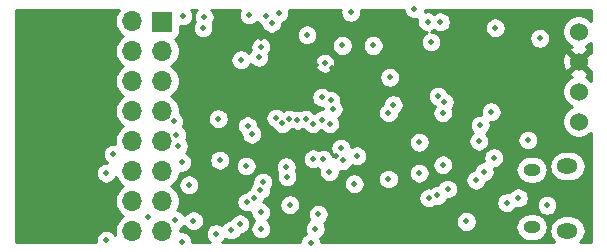
<source format=gbr>
G04 #@! TF.GenerationSoftware,KiCad,Pcbnew,5.1.5+dfsg1-2build2*
G04 #@! TF.CreationDate,2021-07-26T09:56:11+01:00*
G04 #@! TF.ProjectId,picopak,7069636f-7061-46b2-9e6b-696361645f70,rev?*
G04 #@! TF.SameCoordinates,Original*
G04 #@! TF.FileFunction,Copper,L3,Inr*
G04 #@! TF.FilePolarity,Positive*
%FSLAX46Y46*%
G04 Gerber Fmt 4.6, Leading zero omitted, Abs format (unit mm)*
G04 Created by KiCad (PCBNEW 5.1.5+dfsg1-2build2) date 2021-07-26 09:56:11*
%MOMM*%
%LPD*%
G04 APERTURE LIST*
%ADD10C,1.524000*%
%ADD11R,1.700000X1.700000*%
%ADD12O,1.700000X1.700000*%
%ADD13O,1.450000X1.050000*%
%ADD14O,1.800000X1.300000*%
%ADD15C,0.500000*%
%ADD16C,0.254000*%
G04 APERTURE END LIST*
D10*
X208300000Y-79145000D03*
X208300000Y-76605000D03*
X208300000Y-74065000D03*
X208300000Y-71525000D03*
D11*
X173050000Y-70700000D03*
D12*
X170510000Y-70620000D03*
X173050000Y-73160000D03*
X170510000Y-73160000D03*
X173050000Y-75700000D03*
X170510000Y-75700000D03*
X173050000Y-78240000D03*
X170510000Y-78240000D03*
X173050000Y-80780000D03*
X170510000Y-80780000D03*
X173050000Y-83320000D03*
X170510000Y-83320000D03*
X173050000Y-85860000D03*
X170510000Y-85860000D03*
X173050000Y-88400000D03*
X170510000Y-88400000D03*
D13*
X204320000Y-83225000D03*
X204320000Y-88075000D03*
D14*
X207350000Y-88375000D03*
X207350000Y-82925000D03*
D15*
X202200000Y-86000000D03*
X187600000Y-76200000D03*
X187400000Y-74600000D03*
X196928838Y-77504651D03*
X197200000Y-84850000D03*
X205623263Y-86240711D03*
X196400000Y-77000000D03*
X196350000Y-85400000D03*
X203200000Y-85600000D03*
X192200000Y-84000000D03*
X192200000Y-78400000D03*
X196800000Y-78400000D03*
X196800000Y-82800000D03*
X186800000Y-74200000D03*
X195800000Y-72400000D03*
X204000000Y-80700000D03*
X199600000Y-84100000D03*
X189300000Y-84400000D03*
X192300000Y-75400000D03*
X192600000Y-77700000D03*
X190900000Y-72699989D03*
X201250000Y-71200000D03*
X181400000Y-72800003D03*
X176500000Y-71199998D03*
X177600000Y-88625001D03*
X175691075Y-87529336D03*
X180150000Y-82900000D03*
X176600000Y-70300000D03*
X205000000Y-72100000D03*
X187223784Y-79329032D03*
X185300000Y-71800000D03*
X181800000Y-70200000D03*
X174249693Y-80279259D03*
X186535835Y-77083472D03*
X186100000Y-74349990D03*
X188200000Y-84400000D03*
X189700000Y-80300000D03*
X187750000Y-82023625D03*
X192900000Y-73600000D03*
X181400000Y-72100000D03*
X168800000Y-71900000D03*
X175700000Y-70700000D03*
X198500000Y-73600000D03*
X183954047Y-81430282D03*
X192900000Y-82800000D03*
X192900000Y-80345010D03*
X179726556Y-76695626D03*
X203200000Y-78500000D03*
X203300000Y-76000000D03*
X199961091Y-79461091D03*
X200300000Y-83400000D03*
X194800000Y-83500000D03*
X194804990Y-80895010D03*
X177800000Y-78900000D03*
X180267104Y-79500000D03*
X188150000Y-81391928D03*
X187292753Y-77350677D03*
X188318185Y-82432487D03*
X187511597Y-78081384D03*
X198800000Y-87600000D03*
X199850010Y-80800000D03*
X179600000Y-87800000D03*
X181200001Y-73700000D03*
X179700000Y-73900000D03*
X189500000Y-82050000D03*
X200900000Y-78300000D03*
X201100000Y-82200000D03*
X182922988Y-69950000D03*
X174800000Y-70200000D03*
X188300000Y-72699989D03*
X174400000Y-81200000D03*
X186000000Y-88200000D03*
X181400000Y-88200000D03*
X181374998Y-86825000D03*
X187200000Y-83385998D03*
X186650000Y-82350002D03*
X186250000Y-87000001D03*
X195600000Y-85600000D03*
X196600000Y-70700000D03*
X189000000Y-69900000D03*
X182300000Y-70800000D03*
X186564080Y-79000000D03*
X185781332Y-79315290D03*
X185190616Y-78939714D03*
X184495725Y-79024135D03*
X178900000Y-88325000D03*
X185600000Y-89425000D03*
X185831067Y-82302913D03*
X174007124Y-79125157D03*
X183203215Y-79302710D03*
X183547115Y-82958407D03*
X183605663Y-83794773D03*
X181554999Y-84260001D03*
X181361872Y-84932835D03*
X180800000Y-85600000D03*
X182668011Y-78851535D03*
X180612490Y-80200000D03*
X180193780Y-85950000D03*
X183840711Y-86175000D03*
X183800985Y-78938466D03*
X177900000Y-82400000D03*
X174150000Y-87500000D03*
X170510000Y-80780000D03*
X171800000Y-87200000D03*
X175300000Y-84500000D03*
X174700000Y-89300000D03*
X168300000Y-89200000D03*
X168300000Y-83500000D03*
X174700000Y-82600000D03*
X168900000Y-81900000D03*
X180400000Y-70100000D03*
X194400000Y-69600000D03*
X195504265Y-70689337D03*
D16*
G36*
X175912576Y-69735845D02*
G01*
X175815723Y-69880795D01*
X175749010Y-70041855D01*
X175715000Y-70212835D01*
X175715000Y-70387165D01*
X175749010Y-70558145D01*
X175793203Y-70664837D01*
X175715723Y-70780793D01*
X175649010Y-70941853D01*
X175615000Y-71112833D01*
X175615000Y-71287163D01*
X175649010Y-71458143D01*
X175715723Y-71619203D01*
X175812576Y-71764153D01*
X175935845Y-71887422D01*
X176080795Y-71984275D01*
X176241855Y-72050988D01*
X176412835Y-72084998D01*
X176587165Y-72084998D01*
X176758145Y-72050988D01*
X176919205Y-71984275D01*
X177064155Y-71887422D01*
X177187424Y-71764153D01*
X177221713Y-71712835D01*
X184415000Y-71712835D01*
X184415000Y-71887165D01*
X184449010Y-72058145D01*
X184515723Y-72219205D01*
X184612576Y-72364155D01*
X184735845Y-72487424D01*
X184880795Y-72584277D01*
X185041855Y-72650990D01*
X185212835Y-72685000D01*
X185387165Y-72685000D01*
X185558145Y-72650990D01*
X185650286Y-72612824D01*
X187415000Y-72612824D01*
X187415000Y-72787154D01*
X187449010Y-72958134D01*
X187515723Y-73119194D01*
X187612576Y-73264144D01*
X187735845Y-73387413D01*
X187880795Y-73484266D01*
X188041855Y-73550979D01*
X188212835Y-73584989D01*
X188387165Y-73584989D01*
X188558145Y-73550979D01*
X188719205Y-73484266D01*
X188864155Y-73387413D01*
X188987424Y-73264144D01*
X189084277Y-73119194D01*
X189150990Y-72958134D01*
X189185000Y-72787154D01*
X189185000Y-72612824D01*
X190015000Y-72612824D01*
X190015000Y-72787154D01*
X190049010Y-72958134D01*
X190115723Y-73119194D01*
X190212576Y-73264144D01*
X190335845Y-73387413D01*
X190480795Y-73484266D01*
X190641855Y-73550979D01*
X190812835Y-73584989D01*
X190987165Y-73584989D01*
X191158145Y-73550979D01*
X191319205Y-73484266D01*
X191464155Y-73387413D01*
X191587424Y-73264144D01*
X191684277Y-73119194D01*
X191750990Y-72958134D01*
X191785000Y-72787154D01*
X191785000Y-72612824D01*
X191750990Y-72441844D01*
X191684277Y-72280784D01*
X191587424Y-72135834D01*
X191464155Y-72012565D01*
X191319205Y-71915712D01*
X191158145Y-71848999D01*
X190987165Y-71814989D01*
X190812835Y-71814989D01*
X190641855Y-71848999D01*
X190480795Y-71915712D01*
X190335845Y-72012565D01*
X190212576Y-72135834D01*
X190115723Y-72280784D01*
X190049010Y-72441844D01*
X190015000Y-72612824D01*
X189185000Y-72612824D01*
X189150990Y-72441844D01*
X189084277Y-72280784D01*
X188987424Y-72135834D01*
X188864155Y-72012565D01*
X188719205Y-71915712D01*
X188558145Y-71848999D01*
X188387165Y-71814989D01*
X188212835Y-71814989D01*
X188041855Y-71848999D01*
X187880795Y-71915712D01*
X187735845Y-72012565D01*
X187612576Y-72135834D01*
X187515723Y-72280784D01*
X187449010Y-72441844D01*
X187415000Y-72612824D01*
X185650286Y-72612824D01*
X185719205Y-72584277D01*
X185864155Y-72487424D01*
X185987424Y-72364155D01*
X186084277Y-72219205D01*
X186150990Y-72058145D01*
X186185000Y-71887165D01*
X186185000Y-71712835D01*
X186150990Y-71541855D01*
X186084277Y-71380795D01*
X185987424Y-71235845D01*
X185864155Y-71112576D01*
X185719205Y-71015723D01*
X185558145Y-70949010D01*
X185387165Y-70915000D01*
X185212835Y-70915000D01*
X185041855Y-70949010D01*
X184880795Y-71015723D01*
X184735845Y-71112576D01*
X184612576Y-71235845D01*
X184515723Y-71380795D01*
X184449010Y-71541855D01*
X184415000Y-71712835D01*
X177221713Y-71712835D01*
X177284277Y-71619203D01*
X177350990Y-71458143D01*
X177385000Y-71287163D01*
X177385000Y-71112833D01*
X177350990Y-70941853D01*
X177306797Y-70835161D01*
X177384277Y-70719205D01*
X177450990Y-70558145D01*
X177485000Y-70387165D01*
X177485000Y-70212835D01*
X177450990Y-70041855D01*
X177384277Y-69880795D01*
X177287424Y-69735845D01*
X177211579Y-69660000D01*
X179629618Y-69660000D01*
X179615723Y-69680795D01*
X179549010Y-69841855D01*
X179515000Y-70012835D01*
X179515000Y-70187165D01*
X179549010Y-70358145D01*
X179615723Y-70519205D01*
X179712576Y-70664155D01*
X179835845Y-70787424D01*
X179980795Y-70884277D01*
X180141855Y-70950990D01*
X180312835Y-70985000D01*
X180487165Y-70985000D01*
X180658145Y-70950990D01*
X180819205Y-70884277D01*
X180964155Y-70787424D01*
X181062447Y-70689132D01*
X181112576Y-70764155D01*
X181235845Y-70887424D01*
X181380795Y-70984277D01*
X181439122Y-71008437D01*
X181449010Y-71058145D01*
X181515723Y-71219205D01*
X181612576Y-71364155D01*
X181735845Y-71487424D01*
X181880795Y-71584277D01*
X182041855Y-71650990D01*
X182212835Y-71685000D01*
X182387165Y-71685000D01*
X182558145Y-71650990D01*
X182719205Y-71584277D01*
X182864155Y-71487424D01*
X182987424Y-71364155D01*
X183084277Y-71219205D01*
X183150990Y-71058145D01*
X183185000Y-70887165D01*
X183185000Y-70799388D01*
X183342193Y-70734277D01*
X183487143Y-70637424D01*
X183610412Y-70514155D01*
X183707265Y-70369205D01*
X183773978Y-70208145D01*
X183807988Y-70037165D01*
X183807988Y-69862835D01*
X183773978Y-69691855D01*
X183760783Y-69660000D01*
X188145401Y-69660000D01*
X188115000Y-69812835D01*
X188115000Y-69987165D01*
X188149010Y-70158145D01*
X188215723Y-70319205D01*
X188312576Y-70464155D01*
X188435845Y-70587424D01*
X188580795Y-70684277D01*
X188741855Y-70750990D01*
X188912835Y-70785000D01*
X189087165Y-70785000D01*
X189258145Y-70750990D01*
X189419205Y-70684277D01*
X189564155Y-70587424D01*
X189687424Y-70464155D01*
X189784277Y-70319205D01*
X189850990Y-70158145D01*
X189885000Y-69987165D01*
X189885000Y-69812835D01*
X189854599Y-69660000D01*
X193515000Y-69660000D01*
X193515000Y-69687165D01*
X193549010Y-69858145D01*
X193615723Y-70019205D01*
X193712576Y-70164155D01*
X193835845Y-70287424D01*
X193980795Y-70384277D01*
X194141855Y-70450990D01*
X194312835Y-70485000D01*
X194487165Y-70485000D01*
X194648974Y-70452814D01*
X194619265Y-70602172D01*
X194619265Y-70776502D01*
X194653275Y-70947482D01*
X194719988Y-71108542D01*
X194816841Y-71253492D01*
X194940110Y-71376761D01*
X195085060Y-71473614D01*
X195246120Y-71540327D01*
X195417100Y-71574337D01*
X195480710Y-71574337D01*
X195380795Y-71615723D01*
X195235845Y-71712576D01*
X195112576Y-71835845D01*
X195015723Y-71980795D01*
X194949010Y-72141855D01*
X194915000Y-72312835D01*
X194915000Y-72487165D01*
X194949010Y-72658145D01*
X195015723Y-72819205D01*
X195112576Y-72964155D01*
X195235845Y-73087424D01*
X195380795Y-73184277D01*
X195541855Y-73250990D01*
X195712835Y-73285000D01*
X195887165Y-73285000D01*
X196058145Y-73250990D01*
X196219205Y-73184277D01*
X196364155Y-73087424D01*
X196487424Y-72964155D01*
X196584277Y-72819205D01*
X196650990Y-72658145D01*
X196685000Y-72487165D01*
X196685000Y-72312835D01*
X196650990Y-72141855D01*
X196584277Y-71980795D01*
X196487424Y-71835845D01*
X196364155Y-71712576D01*
X196219205Y-71615723D01*
X196058145Y-71549010D01*
X195887165Y-71515000D01*
X195823555Y-71515000D01*
X195923470Y-71473614D01*
X196044153Y-71392976D01*
X196180795Y-71484277D01*
X196341855Y-71550990D01*
X196512835Y-71585000D01*
X196687165Y-71585000D01*
X196858145Y-71550990D01*
X197019205Y-71484277D01*
X197164155Y-71387424D01*
X197287424Y-71264155D01*
X197384277Y-71119205D01*
X197386915Y-71112835D01*
X200365000Y-71112835D01*
X200365000Y-71287165D01*
X200399010Y-71458145D01*
X200465723Y-71619205D01*
X200562576Y-71764155D01*
X200685845Y-71887424D01*
X200830795Y-71984277D01*
X200991855Y-72050990D01*
X201162835Y-72085000D01*
X201337165Y-72085000D01*
X201508145Y-72050990D01*
X201600259Y-72012835D01*
X204115000Y-72012835D01*
X204115000Y-72187165D01*
X204149010Y-72358145D01*
X204215723Y-72519205D01*
X204312576Y-72664155D01*
X204435845Y-72787424D01*
X204580795Y-72884277D01*
X204741855Y-72950990D01*
X204912835Y-72985000D01*
X205087165Y-72985000D01*
X205258145Y-72950990D01*
X205419205Y-72884277D01*
X205564155Y-72787424D01*
X205687424Y-72664155D01*
X205784277Y-72519205D01*
X205850990Y-72358145D01*
X205885000Y-72187165D01*
X205885000Y-72012835D01*
X205850990Y-71841855D01*
X205784277Y-71680795D01*
X205687424Y-71535845D01*
X205564155Y-71412576D01*
X205419205Y-71315723D01*
X205258145Y-71249010D01*
X205087165Y-71215000D01*
X204912835Y-71215000D01*
X204741855Y-71249010D01*
X204580795Y-71315723D01*
X204435845Y-71412576D01*
X204312576Y-71535845D01*
X204215723Y-71680795D01*
X204149010Y-71841855D01*
X204115000Y-72012835D01*
X201600259Y-72012835D01*
X201669205Y-71984277D01*
X201814155Y-71887424D01*
X201937424Y-71764155D01*
X202034277Y-71619205D01*
X202100990Y-71458145D01*
X202135000Y-71287165D01*
X202135000Y-71112835D01*
X202100990Y-70941855D01*
X202034277Y-70780795D01*
X201937424Y-70635845D01*
X201814155Y-70512576D01*
X201669205Y-70415723D01*
X201508145Y-70349010D01*
X201337165Y-70315000D01*
X201162835Y-70315000D01*
X200991855Y-70349010D01*
X200830795Y-70415723D01*
X200685845Y-70512576D01*
X200562576Y-70635845D01*
X200465723Y-70780795D01*
X200399010Y-70941855D01*
X200365000Y-71112835D01*
X197386915Y-71112835D01*
X197450990Y-70958145D01*
X197485000Y-70787165D01*
X197485000Y-70612835D01*
X197450990Y-70441855D01*
X197384277Y-70280795D01*
X197287424Y-70135845D01*
X197164155Y-70012576D01*
X197019205Y-69915723D01*
X196858145Y-69849010D01*
X196687165Y-69815000D01*
X196512835Y-69815000D01*
X196341855Y-69849010D01*
X196180795Y-69915723D01*
X196060112Y-69996361D01*
X195923470Y-69905060D01*
X195762410Y-69838347D01*
X195591430Y-69804337D01*
X195417100Y-69804337D01*
X195255291Y-69836523D01*
X195285000Y-69687165D01*
X195285000Y-69660000D01*
X209340000Y-69660000D01*
X209340000Y-70032418D01*
X209340001Y-70032428D01*
X209340001Y-70589346D01*
X209190535Y-70439880D01*
X208961727Y-70286995D01*
X208707490Y-70181686D01*
X208437592Y-70128000D01*
X208162408Y-70128000D01*
X207892510Y-70181686D01*
X207638273Y-70286995D01*
X207409465Y-70439880D01*
X207214880Y-70634465D01*
X207061995Y-70863273D01*
X206956686Y-71117510D01*
X206903000Y-71387408D01*
X206903000Y-71662592D01*
X206956686Y-71932490D01*
X207061995Y-72186727D01*
X207214880Y-72415535D01*
X207409465Y-72610120D01*
X207638273Y-72763005D01*
X207709943Y-72792692D01*
X207696977Y-72797364D01*
X207581020Y-72859344D01*
X207514040Y-73099435D01*
X208300000Y-73885395D01*
X209085960Y-73099435D01*
X209018980Y-72859344D01*
X208883240Y-72795515D01*
X208961727Y-72763005D01*
X209190535Y-72610120D01*
X209340001Y-72460654D01*
X209340001Y-73299806D01*
X209265565Y-73279040D01*
X208479605Y-74065000D01*
X209265565Y-74850960D01*
X209340001Y-74830194D01*
X209340001Y-75669346D01*
X209190535Y-75519880D01*
X208961727Y-75366995D01*
X208890057Y-75337308D01*
X208903023Y-75332636D01*
X209018980Y-75270656D01*
X209085960Y-75030565D01*
X208300000Y-74244605D01*
X207514040Y-75030565D01*
X207581020Y-75270656D01*
X207716760Y-75334485D01*
X207638273Y-75366995D01*
X207409465Y-75519880D01*
X207214880Y-75714465D01*
X207061995Y-75943273D01*
X206956686Y-76197510D01*
X206903000Y-76467408D01*
X206903000Y-76742592D01*
X206956686Y-77012490D01*
X207061995Y-77266727D01*
X207214880Y-77495535D01*
X207409465Y-77690120D01*
X207638273Y-77843005D01*
X207715515Y-77875000D01*
X207638273Y-77906995D01*
X207409465Y-78059880D01*
X207214880Y-78254465D01*
X207061995Y-78483273D01*
X206956686Y-78737510D01*
X206903000Y-79007408D01*
X206903000Y-79282592D01*
X206956686Y-79552490D01*
X207061995Y-79806727D01*
X207214880Y-80035535D01*
X207409465Y-80230120D01*
X207638273Y-80383005D01*
X207892510Y-80488314D01*
X208162408Y-80542000D01*
X208437592Y-80542000D01*
X208707490Y-80488314D01*
X208961727Y-80383005D01*
X209190535Y-80230120D01*
X209340000Y-80080655D01*
X209340000Y-89340000D01*
X208449700Y-89340000D01*
X208513028Y-89288028D01*
X208673608Y-89092362D01*
X208792929Y-88869127D01*
X208866407Y-88626904D01*
X208891217Y-88375000D01*
X208866407Y-88123096D01*
X208792929Y-87880873D01*
X208673608Y-87657638D01*
X208513028Y-87461972D01*
X208317362Y-87301392D01*
X208094127Y-87182071D01*
X207851904Y-87108593D01*
X207663123Y-87090000D01*
X207036877Y-87090000D01*
X206848096Y-87108593D01*
X206605873Y-87182071D01*
X206382638Y-87301392D01*
X206186972Y-87461972D01*
X206026392Y-87657638D01*
X205907071Y-87880873D01*
X205833593Y-88123096D01*
X205808783Y-88375000D01*
X205833593Y-88626904D01*
X205907071Y-88869127D01*
X206026392Y-89092362D01*
X206186972Y-89288028D01*
X206250300Y-89340000D01*
X186485000Y-89340000D01*
X186485000Y-89337835D01*
X186450990Y-89166855D01*
X186384277Y-89005795D01*
X186380587Y-89000273D01*
X186419205Y-88984277D01*
X186564155Y-88887424D01*
X186687424Y-88764155D01*
X186784277Y-88619205D01*
X186850990Y-88458145D01*
X186885000Y-88287165D01*
X186885000Y-88112835D01*
X186850990Y-87941855D01*
X186784277Y-87780795D01*
X186750368Y-87730046D01*
X186814155Y-87687425D01*
X186937424Y-87564156D01*
X186971715Y-87512835D01*
X197915000Y-87512835D01*
X197915000Y-87687165D01*
X197949010Y-87858145D01*
X198015723Y-88019205D01*
X198112576Y-88164155D01*
X198235845Y-88287424D01*
X198380795Y-88384277D01*
X198541855Y-88450990D01*
X198712835Y-88485000D01*
X198887165Y-88485000D01*
X199058145Y-88450990D01*
X199219205Y-88384277D01*
X199364155Y-88287424D01*
X199487424Y-88164155D01*
X199546995Y-88075000D01*
X202954388Y-88075000D01*
X202976785Y-88302400D01*
X203043115Y-88521060D01*
X203150829Y-88722579D01*
X203295788Y-88899212D01*
X203472421Y-89044171D01*
X203673940Y-89151885D01*
X203892600Y-89218215D01*
X204063021Y-89235000D01*
X204576979Y-89235000D01*
X204747400Y-89218215D01*
X204966060Y-89151885D01*
X205167579Y-89044171D01*
X205344212Y-88899212D01*
X205489171Y-88722579D01*
X205596885Y-88521060D01*
X205663215Y-88302400D01*
X205685612Y-88075000D01*
X205663215Y-87847600D01*
X205596885Y-87628940D01*
X205489171Y-87427421D01*
X205344212Y-87250788D01*
X205167579Y-87105829D01*
X204966060Y-86998115D01*
X204747400Y-86931785D01*
X204576979Y-86915000D01*
X204063021Y-86915000D01*
X203892600Y-86931785D01*
X203673940Y-86998115D01*
X203472421Y-87105829D01*
X203295788Y-87250788D01*
X203150829Y-87427421D01*
X203043115Y-87628940D01*
X202976785Y-87847600D01*
X202954388Y-88075000D01*
X199546995Y-88075000D01*
X199584277Y-88019205D01*
X199650990Y-87858145D01*
X199685000Y-87687165D01*
X199685000Y-87512835D01*
X199650990Y-87341855D01*
X199584277Y-87180795D01*
X199487424Y-87035845D01*
X199364155Y-86912576D01*
X199219205Y-86815723D01*
X199058145Y-86749010D01*
X198887165Y-86715000D01*
X198712835Y-86715000D01*
X198541855Y-86749010D01*
X198380795Y-86815723D01*
X198235845Y-86912576D01*
X198112576Y-87035845D01*
X198015723Y-87180795D01*
X197949010Y-87341855D01*
X197915000Y-87512835D01*
X186971715Y-87512835D01*
X187034277Y-87419206D01*
X187100990Y-87258146D01*
X187135000Y-87087166D01*
X187135000Y-86912836D01*
X187100990Y-86741856D01*
X187034277Y-86580796D01*
X186937424Y-86435846D01*
X186814155Y-86312577D01*
X186669205Y-86215724D01*
X186508145Y-86149011D01*
X186337165Y-86115001D01*
X186162835Y-86115001D01*
X185991855Y-86149011D01*
X185830795Y-86215724D01*
X185685845Y-86312577D01*
X185562576Y-86435846D01*
X185465723Y-86580796D01*
X185399010Y-86741856D01*
X185365000Y-86912836D01*
X185365000Y-87087166D01*
X185399010Y-87258146D01*
X185465723Y-87419206D01*
X185499632Y-87469955D01*
X185435845Y-87512576D01*
X185312576Y-87635845D01*
X185215723Y-87780795D01*
X185149010Y-87941855D01*
X185115000Y-88112835D01*
X185115000Y-88287165D01*
X185149010Y-88458145D01*
X185215723Y-88619205D01*
X185219413Y-88624727D01*
X185180795Y-88640723D01*
X185035845Y-88737576D01*
X184912576Y-88860845D01*
X184815723Y-89005795D01*
X184749010Y-89166855D01*
X184715000Y-89337835D01*
X184715000Y-89340000D01*
X178122886Y-89340000D01*
X178164155Y-89312425D01*
X178287424Y-89189156D01*
X178384009Y-89044607D01*
X178480795Y-89109277D01*
X178641855Y-89175990D01*
X178812835Y-89210000D01*
X178987165Y-89210000D01*
X179158145Y-89175990D01*
X179319205Y-89109277D01*
X179464155Y-89012424D01*
X179587424Y-88889155D01*
X179684277Y-88744205D01*
X179710743Y-88680310D01*
X179858145Y-88650990D01*
X180019205Y-88584277D01*
X180164155Y-88487424D01*
X180287424Y-88364155D01*
X180384277Y-88219205D01*
X180450990Y-88058145D01*
X180485000Y-87887165D01*
X180485000Y-87712835D01*
X180450990Y-87541855D01*
X180384277Y-87380795D01*
X180287424Y-87235845D01*
X180164155Y-87112576D01*
X180019205Y-87015723D01*
X179858145Y-86949010D01*
X179687165Y-86915000D01*
X179512835Y-86915000D01*
X179341855Y-86949010D01*
X179180795Y-87015723D01*
X179035845Y-87112576D01*
X178912576Y-87235845D01*
X178815723Y-87380795D01*
X178789257Y-87444690D01*
X178641855Y-87474010D01*
X178480795Y-87540723D01*
X178335845Y-87637576D01*
X178212576Y-87760845D01*
X178115991Y-87905394D01*
X178019205Y-87840724D01*
X177858145Y-87774011D01*
X177687165Y-87740001D01*
X177512835Y-87740001D01*
X177341855Y-87774011D01*
X177180795Y-87840724D01*
X177035845Y-87937577D01*
X176912576Y-88060846D01*
X176815723Y-88205796D01*
X176749010Y-88366856D01*
X176715000Y-88537836D01*
X176715000Y-88712166D01*
X176749010Y-88883146D01*
X176815723Y-89044206D01*
X176912576Y-89189156D01*
X177035845Y-89312425D01*
X177077114Y-89340000D01*
X175585000Y-89340000D01*
X175585000Y-89212835D01*
X175550990Y-89041855D01*
X175484277Y-88880795D01*
X175387424Y-88735845D01*
X175264155Y-88612576D01*
X175119205Y-88515723D01*
X174958145Y-88449010D01*
X174787165Y-88415000D01*
X174612835Y-88415000D01*
X174535000Y-88430482D01*
X174535000Y-88298445D01*
X174569205Y-88284277D01*
X174714155Y-88187424D01*
X174837424Y-88064155D01*
X174910737Y-87954436D01*
X175003651Y-88093491D01*
X175126920Y-88216760D01*
X175271870Y-88313613D01*
X175432930Y-88380326D01*
X175603910Y-88414336D01*
X175778240Y-88414336D01*
X175949220Y-88380326D01*
X176110280Y-88313613D01*
X176255230Y-88216760D01*
X176378499Y-88093491D01*
X176475352Y-87948541D01*
X176542065Y-87787481D01*
X176576075Y-87616501D01*
X176576075Y-87442171D01*
X176542065Y-87271191D01*
X176475352Y-87110131D01*
X176378499Y-86965181D01*
X176255230Y-86841912D01*
X176110280Y-86745059D01*
X175949220Y-86678346D01*
X175778240Y-86644336D01*
X175603910Y-86644336D01*
X175432930Y-86678346D01*
X175271870Y-86745059D01*
X175126920Y-86841912D01*
X175003651Y-86965181D01*
X174930338Y-87074900D01*
X174837424Y-86935845D01*
X174714155Y-86812576D01*
X174569205Y-86715723D01*
X174408145Y-86649010D01*
X174320450Y-86631566D01*
X174365990Y-86563411D01*
X174477932Y-86293158D01*
X174535000Y-86006260D01*
X174535000Y-85862835D01*
X179308780Y-85862835D01*
X179308780Y-86037165D01*
X179342790Y-86208145D01*
X179409503Y-86369205D01*
X179506356Y-86514155D01*
X179629625Y-86637424D01*
X179774575Y-86734277D01*
X179935635Y-86800990D01*
X180106615Y-86835000D01*
X180280945Y-86835000D01*
X180451925Y-86800990D01*
X180489998Y-86785220D01*
X180489998Y-86912165D01*
X180524008Y-87083145D01*
X180590721Y-87244205D01*
X180687574Y-87389155D01*
X180810843Y-87512424D01*
X180825922Y-87522499D01*
X180712576Y-87635845D01*
X180615723Y-87780795D01*
X180549010Y-87941855D01*
X180515000Y-88112835D01*
X180515000Y-88287165D01*
X180549010Y-88458145D01*
X180615723Y-88619205D01*
X180712576Y-88764155D01*
X180835845Y-88887424D01*
X180980795Y-88984277D01*
X181141855Y-89050990D01*
X181312835Y-89085000D01*
X181487165Y-89085000D01*
X181658145Y-89050990D01*
X181819205Y-88984277D01*
X181964155Y-88887424D01*
X182087424Y-88764155D01*
X182184277Y-88619205D01*
X182250990Y-88458145D01*
X182285000Y-88287165D01*
X182285000Y-88112835D01*
X182250990Y-87941855D01*
X182184277Y-87780795D01*
X182087424Y-87635845D01*
X181964155Y-87512576D01*
X181949076Y-87502501D01*
X182062422Y-87389155D01*
X182159275Y-87244205D01*
X182225988Y-87083145D01*
X182259998Y-86912165D01*
X182259998Y-86737835D01*
X182225988Y-86566855D01*
X182159275Y-86405795D01*
X182062422Y-86260845D01*
X181939153Y-86137576D01*
X181864711Y-86087835D01*
X182955711Y-86087835D01*
X182955711Y-86262165D01*
X182989721Y-86433145D01*
X183056434Y-86594205D01*
X183153287Y-86739155D01*
X183276556Y-86862424D01*
X183421506Y-86959277D01*
X183582566Y-87025990D01*
X183753546Y-87060000D01*
X183927876Y-87060000D01*
X184098856Y-87025990D01*
X184259916Y-86959277D01*
X184404866Y-86862424D01*
X184528135Y-86739155D01*
X184624988Y-86594205D01*
X184691701Y-86433145D01*
X184725711Y-86262165D01*
X184725711Y-86087835D01*
X184691701Y-85916855D01*
X184624988Y-85755795D01*
X184528135Y-85610845D01*
X184430125Y-85512835D01*
X194715000Y-85512835D01*
X194715000Y-85687165D01*
X194749010Y-85858145D01*
X194815723Y-86019205D01*
X194912576Y-86164155D01*
X195035845Y-86287424D01*
X195180795Y-86384277D01*
X195341855Y-86450990D01*
X195512835Y-86485000D01*
X195687165Y-86485000D01*
X195858145Y-86450990D01*
X196019205Y-86384277D01*
X196164155Y-86287424D01*
X196182549Y-86269030D01*
X196262835Y-86285000D01*
X196437165Y-86285000D01*
X196608145Y-86250990D01*
X196769205Y-86184277D01*
X196914155Y-86087424D01*
X197037424Y-85964155D01*
X197071715Y-85912835D01*
X201315000Y-85912835D01*
X201315000Y-86087165D01*
X201349010Y-86258145D01*
X201415723Y-86419205D01*
X201512576Y-86564155D01*
X201635845Y-86687424D01*
X201780795Y-86784277D01*
X201941855Y-86850990D01*
X202112835Y-86885000D01*
X202287165Y-86885000D01*
X202458145Y-86850990D01*
X202619205Y-86784277D01*
X202764155Y-86687424D01*
X202887424Y-86564155D01*
X202960554Y-86454709D01*
X203112835Y-86485000D01*
X203287165Y-86485000D01*
X203458145Y-86450990D01*
X203619205Y-86384277D01*
X203764155Y-86287424D01*
X203887424Y-86164155D01*
X203894512Y-86153546D01*
X204738263Y-86153546D01*
X204738263Y-86327876D01*
X204772273Y-86498856D01*
X204838986Y-86659916D01*
X204935839Y-86804866D01*
X205059108Y-86928135D01*
X205204058Y-87024988D01*
X205365118Y-87091701D01*
X205536098Y-87125711D01*
X205710428Y-87125711D01*
X205881408Y-87091701D01*
X206042468Y-87024988D01*
X206187418Y-86928135D01*
X206310687Y-86804866D01*
X206407540Y-86659916D01*
X206474253Y-86498856D01*
X206508263Y-86327876D01*
X206508263Y-86153546D01*
X206474253Y-85982566D01*
X206407540Y-85821506D01*
X206310687Y-85676556D01*
X206187418Y-85553287D01*
X206042468Y-85456434D01*
X205881408Y-85389721D01*
X205710428Y-85355711D01*
X205536098Y-85355711D01*
X205365118Y-85389721D01*
X205204058Y-85456434D01*
X205059108Y-85553287D01*
X204935839Y-85676556D01*
X204838986Y-85821506D01*
X204772273Y-85982566D01*
X204738263Y-86153546D01*
X203894512Y-86153546D01*
X203984277Y-86019205D01*
X204050990Y-85858145D01*
X204085000Y-85687165D01*
X204085000Y-85512835D01*
X204050990Y-85341855D01*
X203984277Y-85180795D01*
X203887424Y-85035845D01*
X203764155Y-84912576D01*
X203619205Y-84815723D01*
X203458145Y-84749010D01*
X203287165Y-84715000D01*
X203112835Y-84715000D01*
X202941855Y-84749010D01*
X202780795Y-84815723D01*
X202635845Y-84912576D01*
X202512576Y-85035845D01*
X202439446Y-85145291D01*
X202287165Y-85115000D01*
X202112835Y-85115000D01*
X201941855Y-85149010D01*
X201780795Y-85215723D01*
X201635845Y-85312576D01*
X201512576Y-85435845D01*
X201415723Y-85580795D01*
X201349010Y-85741855D01*
X201315000Y-85912835D01*
X197071715Y-85912835D01*
X197134277Y-85819205D01*
X197169156Y-85735000D01*
X197287165Y-85735000D01*
X197458145Y-85700990D01*
X197619205Y-85634277D01*
X197764155Y-85537424D01*
X197887424Y-85414155D01*
X197984277Y-85269205D01*
X198050990Y-85108145D01*
X198085000Y-84937165D01*
X198085000Y-84762835D01*
X198050990Y-84591855D01*
X197984277Y-84430795D01*
X197887424Y-84285845D01*
X197764155Y-84162576D01*
X197619205Y-84065723D01*
X197491522Y-84012835D01*
X198715000Y-84012835D01*
X198715000Y-84187165D01*
X198749010Y-84358145D01*
X198815723Y-84519205D01*
X198912576Y-84664155D01*
X199035845Y-84787424D01*
X199180795Y-84884277D01*
X199341855Y-84950990D01*
X199512835Y-84985000D01*
X199687165Y-84985000D01*
X199858145Y-84950990D01*
X200019205Y-84884277D01*
X200164155Y-84787424D01*
X200287424Y-84664155D01*
X200384277Y-84519205D01*
X200450990Y-84358145D01*
X200468768Y-84268768D01*
X200558145Y-84250990D01*
X200719205Y-84184277D01*
X200864155Y-84087424D01*
X200987424Y-83964155D01*
X201084277Y-83819205D01*
X201150990Y-83658145D01*
X201185000Y-83487165D01*
X201185000Y-83312835D01*
X201167529Y-83225000D01*
X202954388Y-83225000D01*
X202976785Y-83452400D01*
X203043115Y-83671060D01*
X203150829Y-83872579D01*
X203295788Y-84049212D01*
X203472421Y-84194171D01*
X203673940Y-84301885D01*
X203892600Y-84368215D01*
X204063021Y-84385000D01*
X204576979Y-84385000D01*
X204747400Y-84368215D01*
X204966060Y-84301885D01*
X205167579Y-84194171D01*
X205344212Y-84049212D01*
X205489171Y-83872579D01*
X205596885Y-83671060D01*
X205663215Y-83452400D01*
X205685612Y-83225000D01*
X205663215Y-82997600D01*
X205641192Y-82925000D01*
X205808783Y-82925000D01*
X205833593Y-83176904D01*
X205907071Y-83419127D01*
X206026392Y-83642362D01*
X206186972Y-83838028D01*
X206382638Y-83998608D01*
X206605873Y-84117929D01*
X206848096Y-84191407D01*
X207036877Y-84210000D01*
X207663123Y-84210000D01*
X207851904Y-84191407D01*
X208094127Y-84117929D01*
X208317362Y-83998608D01*
X208513028Y-83838028D01*
X208673608Y-83642362D01*
X208792929Y-83419127D01*
X208866407Y-83176904D01*
X208891217Y-82925000D01*
X208866407Y-82673096D01*
X208792929Y-82430873D01*
X208673608Y-82207638D01*
X208513028Y-82011972D01*
X208317362Y-81851392D01*
X208094127Y-81732071D01*
X207851904Y-81658593D01*
X207663123Y-81640000D01*
X207036877Y-81640000D01*
X206848096Y-81658593D01*
X206605873Y-81732071D01*
X206382638Y-81851392D01*
X206186972Y-82011972D01*
X206026392Y-82207638D01*
X205907071Y-82430873D01*
X205833593Y-82673096D01*
X205808783Y-82925000D01*
X205641192Y-82925000D01*
X205596885Y-82778940D01*
X205489171Y-82577421D01*
X205344212Y-82400788D01*
X205167579Y-82255829D01*
X204966060Y-82148115D01*
X204747400Y-82081785D01*
X204576979Y-82065000D01*
X204063021Y-82065000D01*
X203892600Y-82081785D01*
X203673940Y-82148115D01*
X203472421Y-82255829D01*
X203295788Y-82400788D01*
X203150829Y-82577421D01*
X203043115Y-82778940D01*
X202976785Y-82997600D01*
X202954388Y-83225000D01*
X201167529Y-83225000D01*
X201150990Y-83141855D01*
X201127440Y-83085000D01*
X201187165Y-83085000D01*
X201358145Y-83050990D01*
X201519205Y-82984277D01*
X201664155Y-82887424D01*
X201787424Y-82764155D01*
X201884277Y-82619205D01*
X201950990Y-82458145D01*
X201985000Y-82287165D01*
X201985000Y-82112835D01*
X201950990Y-81941855D01*
X201884277Y-81780795D01*
X201787424Y-81635845D01*
X201664155Y-81512576D01*
X201519205Y-81415723D01*
X201358145Y-81349010D01*
X201187165Y-81315000D01*
X201012835Y-81315000D01*
X200841855Y-81349010D01*
X200680795Y-81415723D01*
X200535845Y-81512576D01*
X200412576Y-81635845D01*
X200315723Y-81780795D01*
X200249010Y-81941855D01*
X200215000Y-82112835D01*
X200215000Y-82287165D01*
X200249010Y-82458145D01*
X200272560Y-82515000D01*
X200212835Y-82515000D01*
X200041855Y-82549010D01*
X199880795Y-82615723D01*
X199735845Y-82712576D01*
X199612576Y-82835845D01*
X199515723Y-82980795D01*
X199449010Y-83141855D01*
X199431232Y-83231232D01*
X199341855Y-83249010D01*
X199180795Y-83315723D01*
X199035845Y-83412576D01*
X198912576Y-83535845D01*
X198815723Y-83680795D01*
X198749010Y-83841855D01*
X198715000Y-84012835D01*
X197491522Y-84012835D01*
X197458145Y-83999010D01*
X197287165Y-83965000D01*
X197112835Y-83965000D01*
X196941855Y-83999010D01*
X196780795Y-84065723D01*
X196635845Y-84162576D01*
X196512576Y-84285845D01*
X196415723Y-84430795D01*
X196380844Y-84515000D01*
X196262835Y-84515000D01*
X196091855Y-84549010D01*
X195930795Y-84615723D01*
X195785845Y-84712576D01*
X195767451Y-84730970D01*
X195687165Y-84715000D01*
X195512835Y-84715000D01*
X195341855Y-84749010D01*
X195180795Y-84815723D01*
X195035845Y-84912576D01*
X194912576Y-85035845D01*
X194815723Y-85180795D01*
X194749010Y-85341855D01*
X194715000Y-85512835D01*
X184430125Y-85512835D01*
X184404866Y-85487576D01*
X184259916Y-85390723D01*
X184098856Y-85324010D01*
X183927876Y-85290000D01*
X183753546Y-85290000D01*
X183582566Y-85324010D01*
X183421506Y-85390723D01*
X183276556Y-85487576D01*
X183153287Y-85610845D01*
X183056434Y-85755795D01*
X182989721Y-85916855D01*
X182955711Y-86087835D01*
X181864711Y-86087835D01*
X181794203Y-86040723D01*
X181633143Y-85974010D01*
X181605292Y-85968470D01*
X181650990Y-85858145D01*
X181669882Y-85763170D01*
X181781077Y-85717112D01*
X181926027Y-85620259D01*
X182049296Y-85496990D01*
X182146149Y-85352040D01*
X182212862Y-85190980D01*
X182246872Y-85020000D01*
X182246872Y-84845670D01*
X182242554Y-84823960D01*
X182339276Y-84679206D01*
X182405989Y-84518146D01*
X182439999Y-84347166D01*
X182439999Y-84172836D01*
X182405989Y-84001856D01*
X182339276Y-83840796D01*
X182242423Y-83695846D01*
X182119154Y-83572577D01*
X181974204Y-83475724D01*
X181813144Y-83409011D01*
X181642164Y-83375001D01*
X181467834Y-83375001D01*
X181296854Y-83409011D01*
X181135794Y-83475724D01*
X180990844Y-83572577D01*
X180867575Y-83695846D01*
X180770722Y-83840796D01*
X180704009Y-84001856D01*
X180669999Y-84172836D01*
X180669999Y-84347166D01*
X180674317Y-84368876D01*
X180577595Y-84513630D01*
X180510882Y-84674690D01*
X180491990Y-84769665D01*
X180380795Y-84815723D01*
X180235845Y-84912576D01*
X180112576Y-85035845D01*
X180091023Y-85068101D01*
X179935635Y-85099010D01*
X179774575Y-85165723D01*
X179629625Y-85262576D01*
X179506356Y-85385845D01*
X179409503Y-85530795D01*
X179342790Y-85691855D01*
X179308780Y-85862835D01*
X174535000Y-85862835D01*
X174535000Y-85713740D01*
X174477932Y-85426842D01*
X174365990Y-85156589D01*
X174203475Y-84913368D01*
X173996632Y-84706525D01*
X173822240Y-84590000D01*
X173996632Y-84473475D01*
X174057272Y-84412835D01*
X174415000Y-84412835D01*
X174415000Y-84587165D01*
X174449010Y-84758145D01*
X174515723Y-84919205D01*
X174612576Y-85064155D01*
X174735845Y-85187424D01*
X174880795Y-85284277D01*
X175041855Y-85350990D01*
X175212835Y-85385000D01*
X175387165Y-85385000D01*
X175558145Y-85350990D01*
X175719205Y-85284277D01*
X175864155Y-85187424D01*
X175987424Y-85064155D01*
X176084277Y-84919205D01*
X176150990Y-84758145D01*
X176185000Y-84587165D01*
X176185000Y-84412835D01*
X176150990Y-84241855D01*
X176084277Y-84080795D01*
X175987424Y-83935845D01*
X175864155Y-83812576D01*
X175719205Y-83715723D01*
X175558145Y-83649010D01*
X175387165Y-83615000D01*
X175212835Y-83615000D01*
X175041855Y-83649010D01*
X174880795Y-83715723D01*
X174735845Y-83812576D01*
X174612576Y-83935845D01*
X174515723Y-84080795D01*
X174449010Y-84241855D01*
X174415000Y-84412835D01*
X174057272Y-84412835D01*
X174203475Y-84266632D01*
X174365990Y-84023411D01*
X174477932Y-83753158D01*
X174534377Y-83469394D01*
X174612835Y-83485000D01*
X174787165Y-83485000D01*
X174958145Y-83450990D01*
X175119205Y-83384277D01*
X175264155Y-83287424D01*
X175387424Y-83164155D01*
X175484277Y-83019205D01*
X175550990Y-82858145D01*
X175585000Y-82687165D01*
X175585000Y-82512835D01*
X175550990Y-82341855D01*
X175538970Y-82312835D01*
X177015000Y-82312835D01*
X177015000Y-82487165D01*
X177049010Y-82658145D01*
X177115723Y-82819205D01*
X177212576Y-82964155D01*
X177335845Y-83087424D01*
X177480795Y-83184277D01*
X177641855Y-83250990D01*
X177812835Y-83285000D01*
X177987165Y-83285000D01*
X178158145Y-83250990D01*
X178319205Y-83184277D01*
X178464155Y-83087424D01*
X178587424Y-82964155D01*
X178684277Y-82819205D01*
X178686915Y-82812835D01*
X179265000Y-82812835D01*
X179265000Y-82987165D01*
X179299010Y-83158145D01*
X179365723Y-83319205D01*
X179462576Y-83464155D01*
X179585845Y-83587424D01*
X179730795Y-83684277D01*
X179891855Y-83750990D01*
X180062835Y-83785000D01*
X180237165Y-83785000D01*
X180408145Y-83750990D01*
X180569205Y-83684277D01*
X180714155Y-83587424D01*
X180837424Y-83464155D01*
X180934277Y-83319205D01*
X181000990Y-83158145D01*
X181035000Y-82987165D01*
X181035000Y-82871242D01*
X182662115Y-82871242D01*
X182662115Y-83045572D01*
X182696125Y-83216552D01*
X182762838Y-83377612D01*
X182798458Y-83430921D01*
X182754673Y-83536628D01*
X182720663Y-83707608D01*
X182720663Y-83881938D01*
X182754673Y-84052918D01*
X182821386Y-84213978D01*
X182918239Y-84358928D01*
X183041508Y-84482197D01*
X183186458Y-84579050D01*
X183347518Y-84645763D01*
X183518498Y-84679773D01*
X183692828Y-84679773D01*
X183863808Y-84645763D01*
X184024868Y-84579050D01*
X184169818Y-84482197D01*
X184293087Y-84358928D01*
X184323885Y-84312835D01*
X188415000Y-84312835D01*
X188415000Y-84487165D01*
X188449010Y-84658145D01*
X188515723Y-84819205D01*
X188612576Y-84964155D01*
X188735845Y-85087424D01*
X188880795Y-85184277D01*
X189041855Y-85250990D01*
X189212835Y-85285000D01*
X189387165Y-85285000D01*
X189558145Y-85250990D01*
X189719205Y-85184277D01*
X189864155Y-85087424D01*
X189987424Y-84964155D01*
X190084277Y-84819205D01*
X190150990Y-84658145D01*
X190185000Y-84487165D01*
X190185000Y-84312835D01*
X190150990Y-84141855D01*
X190084277Y-83980795D01*
X190038868Y-83912835D01*
X191315000Y-83912835D01*
X191315000Y-84087165D01*
X191349010Y-84258145D01*
X191415723Y-84419205D01*
X191512576Y-84564155D01*
X191635845Y-84687424D01*
X191780795Y-84784277D01*
X191941855Y-84850990D01*
X192112835Y-84885000D01*
X192287165Y-84885000D01*
X192458145Y-84850990D01*
X192619205Y-84784277D01*
X192764155Y-84687424D01*
X192887424Y-84564155D01*
X192984277Y-84419205D01*
X193050990Y-84258145D01*
X193085000Y-84087165D01*
X193085000Y-83912835D01*
X193050990Y-83741855D01*
X192984277Y-83580795D01*
X192887424Y-83435845D01*
X192864414Y-83412835D01*
X193915000Y-83412835D01*
X193915000Y-83587165D01*
X193949010Y-83758145D01*
X194015723Y-83919205D01*
X194112576Y-84064155D01*
X194235845Y-84187424D01*
X194380795Y-84284277D01*
X194541855Y-84350990D01*
X194712835Y-84385000D01*
X194887165Y-84385000D01*
X195058145Y-84350990D01*
X195219205Y-84284277D01*
X195364155Y-84187424D01*
X195487424Y-84064155D01*
X195584277Y-83919205D01*
X195650990Y-83758145D01*
X195685000Y-83587165D01*
X195685000Y-83412835D01*
X195650990Y-83241855D01*
X195584277Y-83080795D01*
X195487424Y-82935845D01*
X195364155Y-82812576D01*
X195219205Y-82715723D01*
X195212233Y-82712835D01*
X195915000Y-82712835D01*
X195915000Y-82887165D01*
X195949010Y-83058145D01*
X196015723Y-83219205D01*
X196112576Y-83364155D01*
X196235845Y-83487424D01*
X196380795Y-83584277D01*
X196541855Y-83650990D01*
X196712835Y-83685000D01*
X196887165Y-83685000D01*
X197058145Y-83650990D01*
X197219205Y-83584277D01*
X197364155Y-83487424D01*
X197487424Y-83364155D01*
X197584277Y-83219205D01*
X197650990Y-83058145D01*
X197685000Y-82887165D01*
X197685000Y-82712835D01*
X197650990Y-82541855D01*
X197584277Y-82380795D01*
X197487424Y-82235845D01*
X197364155Y-82112576D01*
X197219205Y-82015723D01*
X197058145Y-81949010D01*
X196887165Y-81915000D01*
X196712835Y-81915000D01*
X196541855Y-81949010D01*
X196380795Y-82015723D01*
X196235845Y-82112576D01*
X196112576Y-82235845D01*
X196015723Y-82380795D01*
X195949010Y-82541855D01*
X195915000Y-82712835D01*
X195212233Y-82712835D01*
X195058145Y-82649010D01*
X194887165Y-82615000D01*
X194712835Y-82615000D01*
X194541855Y-82649010D01*
X194380795Y-82715723D01*
X194235845Y-82812576D01*
X194112576Y-82935845D01*
X194015723Y-83080795D01*
X193949010Y-83241855D01*
X193915000Y-83412835D01*
X192864414Y-83412835D01*
X192764155Y-83312576D01*
X192619205Y-83215723D01*
X192458145Y-83149010D01*
X192287165Y-83115000D01*
X192112835Y-83115000D01*
X191941855Y-83149010D01*
X191780795Y-83215723D01*
X191635845Y-83312576D01*
X191512576Y-83435845D01*
X191415723Y-83580795D01*
X191349010Y-83741855D01*
X191315000Y-83912835D01*
X190038868Y-83912835D01*
X189987424Y-83835845D01*
X189864155Y-83712576D01*
X189719205Y-83615723D01*
X189558145Y-83549010D01*
X189387165Y-83515000D01*
X189212835Y-83515000D01*
X189041855Y-83549010D01*
X188880795Y-83615723D01*
X188735845Y-83712576D01*
X188612576Y-83835845D01*
X188515723Y-83980795D01*
X188449010Y-84141855D01*
X188415000Y-84312835D01*
X184323885Y-84312835D01*
X184389940Y-84213978D01*
X184456653Y-84052918D01*
X184490663Y-83881938D01*
X184490663Y-83707608D01*
X184456653Y-83536628D01*
X184389940Y-83375568D01*
X184354320Y-83322259D01*
X184398105Y-83216552D01*
X184432115Y-83045572D01*
X184432115Y-82871242D01*
X184398105Y-82700262D01*
X184331392Y-82539202D01*
X184234539Y-82394252D01*
X184111270Y-82270983D01*
X184028606Y-82215748D01*
X184946067Y-82215748D01*
X184946067Y-82390078D01*
X184980077Y-82561058D01*
X185046790Y-82722118D01*
X185143643Y-82867068D01*
X185266912Y-82990337D01*
X185411862Y-83087190D01*
X185572922Y-83153903D01*
X185743902Y-83187913D01*
X185918232Y-83187913D01*
X186089212Y-83153903D01*
X186194744Y-83110190D01*
X186230795Y-83134279D01*
X186338831Y-83179029D01*
X186315000Y-83298833D01*
X186315000Y-83473163D01*
X186349010Y-83644143D01*
X186415723Y-83805203D01*
X186512576Y-83950153D01*
X186635845Y-84073422D01*
X186780795Y-84170275D01*
X186941855Y-84236988D01*
X187112835Y-84270998D01*
X187287165Y-84270998D01*
X187458145Y-84236988D01*
X187619205Y-84170275D01*
X187764155Y-84073422D01*
X187887424Y-83950153D01*
X187984277Y-83805203D01*
X188050990Y-83644143D01*
X188085000Y-83473163D01*
X188085000Y-83298833D01*
X188082848Y-83288014D01*
X188231020Y-83317487D01*
X188405350Y-83317487D01*
X188576330Y-83283477D01*
X188737390Y-83216764D01*
X188882340Y-83119911D01*
X189005609Y-82996642D01*
X189102462Y-82851692D01*
X189105446Y-82844488D01*
X189241855Y-82900990D01*
X189412835Y-82935000D01*
X189587165Y-82935000D01*
X189758145Y-82900990D01*
X189919205Y-82834277D01*
X190064155Y-82737424D01*
X190187424Y-82614155D01*
X190284277Y-82469205D01*
X190350990Y-82308145D01*
X190385000Y-82137165D01*
X190385000Y-81962835D01*
X190350990Y-81791855D01*
X190284277Y-81630795D01*
X190187424Y-81485845D01*
X190064155Y-81362576D01*
X189919205Y-81265723D01*
X189758145Y-81199010D01*
X189587165Y-81165000D01*
X189412835Y-81165000D01*
X189241855Y-81199010D01*
X189080795Y-81265723D01*
X189033518Y-81297313D01*
X189000990Y-81133783D01*
X188934277Y-80972723D01*
X188837424Y-80827773D01*
X188817496Y-80807845D01*
X193919990Y-80807845D01*
X193919990Y-80982175D01*
X193954000Y-81153155D01*
X194020713Y-81314215D01*
X194117566Y-81459165D01*
X194240835Y-81582434D01*
X194385785Y-81679287D01*
X194546845Y-81746000D01*
X194717825Y-81780010D01*
X194892155Y-81780010D01*
X195063135Y-81746000D01*
X195224195Y-81679287D01*
X195369145Y-81582434D01*
X195492414Y-81459165D01*
X195589267Y-81314215D01*
X195655980Y-81153155D01*
X195689990Y-80982175D01*
X195689990Y-80807845D01*
X195671092Y-80712835D01*
X198965010Y-80712835D01*
X198965010Y-80887165D01*
X198999020Y-81058145D01*
X199065733Y-81219205D01*
X199162586Y-81364155D01*
X199285855Y-81487424D01*
X199430805Y-81584277D01*
X199591865Y-81650990D01*
X199762845Y-81685000D01*
X199937175Y-81685000D01*
X200108155Y-81650990D01*
X200269215Y-81584277D01*
X200414165Y-81487424D01*
X200537434Y-81364155D01*
X200634287Y-81219205D01*
X200701000Y-81058145D01*
X200735010Y-80887165D01*
X200735010Y-80712835D01*
X200715119Y-80612835D01*
X203115000Y-80612835D01*
X203115000Y-80787165D01*
X203149010Y-80958145D01*
X203215723Y-81119205D01*
X203312576Y-81264155D01*
X203435845Y-81387424D01*
X203580795Y-81484277D01*
X203741855Y-81550990D01*
X203912835Y-81585000D01*
X204087165Y-81585000D01*
X204258145Y-81550990D01*
X204419205Y-81484277D01*
X204564155Y-81387424D01*
X204687424Y-81264155D01*
X204784277Y-81119205D01*
X204850990Y-80958145D01*
X204885000Y-80787165D01*
X204885000Y-80612835D01*
X204850990Y-80441855D01*
X204784277Y-80280795D01*
X204687424Y-80135845D01*
X204564155Y-80012576D01*
X204419205Y-79915723D01*
X204258145Y-79849010D01*
X204087165Y-79815000D01*
X203912835Y-79815000D01*
X203741855Y-79849010D01*
X203580795Y-79915723D01*
X203435845Y-80012576D01*
X203312576Y-80135845D01*
X203215723Y-80280795D01*
X203149010Y-80441855D01*
X203115000Y-80612835D01*
X200715119Y-80612835D01*
X200701000Y-80541855D01*
X200634287Y-80380795D01*
X200537434Y-80235845D01*
X200480202Y-80178613D01*
X200525246Y-80148515D01*
X200648515Y-80025246D01*
X200745368Y-79880296D01*
X200812081Y-79719236D01*
X200846091Y-79548256D01*
X200846091Y-79373926D01*
X200812081Y-79202946D01*
X200803912Y-79183225D01*
X200812835Y-79185000D01*
X200987165Y-79185000D01*
X201158145Y-79150990D01*
X201319205Y-79084277D01*
X201464155Y-78987424D01*
X201587424Y-78864155D01*
X201684277Y-78719205D01*
X201750990Y-78558145D01*
X201785000Y-78387165D01*
X201785000Y-78212835D01*
X201750990Y-78041855D01*
X201684277Y-77880795D01*
X201587424Y-77735845D01*
X201464155Y-77612576D01*
X201319205Y-77515723D01*
X201158145Y-77449010D01*
X200987165Y-77415000D01*
X200812835Y-77415000D01*
X200641855Y-77449010D01*
X200480795Y-77515723D01*
X200335845Y-77612576D01*
X200212576Y-77735845D01*
X200115723Y-77880795D01*
X200049010Y-78041855D01*
X200015000Y-78212835D01*
X200015000Y-78387165D01*
X200049010Y-78558145D01*
X200057179Y-78577866D01*
X200048256Y-78576091D01*
X199873926Y-78576091D01*
X199702946Y-78610101D01*
X199541886Y-78676814D01*
X199396936Y-78773667D01*
X199273667Y-78896936D01*
X199176814Y-79041886D01*
X199110101Y-79202946D01*
X199076091Y-79373926D01*
X199076091Y-79548256D01*
X199110101Y-79719236D01*
X199176814Y-79880296D01*
X199273667Y-80025246D01*
X199330899Y-80082478D01*
X199285855Y-80112576D01*
X199162586Y-80235845D01*
X199065733Y-80380795D01*
X198999020Y-80541855D01*
X198965010Y-80712835D01*
X195671092Y-80712835D01*
X195655980Y-80636865D01*
X195589267Y-80475805D01*
X195492414Y-80330855D01*
X195369145Y-80207586D01*
X195224195Y-80110733D01*
X195063135Y-80044020D01*
X194892155Y-80010010D01*
X194717825Y-80010010D01*
X194546845Y-80044020D01*
X194385785Y-80110733D01*
X194240835Y-80207586D01*
X194117566Y-80330855D01*
X194020713Y-80475805D01*
X193954000Y-80636865D01*
X193919990Y-80807845D01*
X188817496Y-80807845D01*
X188714155Y-80704504D01*
X188569205Y-80607651D01*
X188408145Y-80540938D01*
X188237165Y-80506928D01*
X188062835Y-80506928D01*
X187891855Y-80540938D01*
X187730795Y-80607651D01*
X187585845Y-80704504D01*
X187462576Y-80827773D01*
X187365723Y-80972723D01*
X187299010Y-81133783D01*
X187265000Y-81304763D01*
X187265000Y-81479093D01*
X187299010Y-81650073D01*
X187365723Y-81811133D01*
X187462576Y-81956083D01*
X187529769Y-82023276D01*
X187501110Y-82092463D01*
X187500990Y-82091857D01*
X187434277Y-81930797D01*
X187337424Y-81785847D01*
X187214155Y-81662578D01*
X187069205Y-81565725D01*
X186908145Y-81499012D01*
X186737165Y-81465002D01*
X186562835Y-81465002D01*
X186391855Y-81499012D01*
X186286323Y-81542725D01*
X186250272Y-81518636D01*
X186089212Y-81451923D01*
X185918232Y-81417913D01*
X185743902Y-81417913D01*
X185572922Y-81451923D01*
X185411862Y-81518636D01*
X185266912Y-81615489D01*
X185143643Y-81738758D01*
X185046790Y-81883708D01*
X184980077Y-82044768D01*
X184946067Y-82215748D01*
X184028606Y-82215748D01*
X183966320Y-82174130D01*
X183805260Y-82107417D01*
X183634280Y-82073407D01*
X183459950Y-82073407D01*
X183288970Y-82107417D01*
X183127910Y-82174130D01*
X182982960Y-82270983D01*
X182859691Y-82394252D01*
X182762838Y-82539202D01*
X182696125Y-82700262D01*
X182662115Y-82871242D01*
X181035000Y-82871242D01*
X181035000Y-82812835D01*
X181000990Y-82641855D01*
X180934277Y-82480795D01*
X180837424Y-82335845D01*
X180714155Y-82212576D01*
X180569205Y-82115723D01*
X180408145Y-82049010D01*
X180237165Y-82015000D01*
X180062835Y-82015000D01*
X179891855Y-82049010D01*
X179730795Y-82115723D01*
X179585845Y-82212576D01*
X179462576Y-82335845D01*
X179365723Y-82480795D01*
X179299010Y-82641855D01*
X179265000Y-82812835D01*
X178686915Y-82812835D01*
X178750990Y-82658145D01*
X178785000Y-82487165D01*
X178785000Y-82312835D01*
X178750990Y-82141855D01*
X178684277Y-81980795D01*
X178587424Y-81835845D01*
X178464155Y-81712576D01*
X178319205Y-81615723D01*
X178158145Y-81549010D01*
X177987165Y-81515000D01*
X177812835Y-81515000D01*
X177641855Y-81549010D01*
X177480795Y-81615723D01*
X177335845Y-81712576D01*
X177212576Y-81835845D01*
X177115723Y-81980795D01*
X177049010Y-82141855D01*
X177015000Y-82312835D01*
X175538970Y-82312835D01*
X175484277Y-82180795D01*
X175387424Y-82035845D01*
X175264155Y-81912576D01*
X175119205Y-81815723D01*
X175060268Y-81791311D01*
X175087424Y-81764155D01*
X175184277Y-81619205D01*
X175250990Y-81458145D01*
X175285000Y-81287165D01*
X175285000Y-81112835D01*
X175250990Y-80941855D01*
X175184277Y-80780795D01*
X175087424Y-80635845D01*
X175067967Y-80616388D01*
X175100683Y-80537404D01*
X175134693Y-80366424D01*
X175134693Y-80192094D01*
X175100683Y-80021114D01*
X175033970Y-79860054D01*
X174937117Y-79715104D01*
X174813848Y-79591835D01*
X174776400Y-79566813D01*
X174791401Y-79544362D01*
X174858114Y-79383302D01*
X174892124Y-79212322D01*
X174892124Y-79037992D01*
X174858114Y-78867012D01*
X174835674Y-78812835D01*
X176915000Y-78812835D01*
X176915000Y-78987165D01*
X176949010Y-79158145D01*
X177015723Y-79319205D01*
X177112576Y-79464155D01*
X177235845Y-79587424D01*
X177380795Y-79684277D01*
X177541855Y-79750990D01*
X177712835Y-79785000D01*
X177887165Y-79785000D01*
X178058145Y-79750990D01*
X178219205Y-79684277D01*
X178364155Y-79587424D01*
X178487424Y-79464155D01*
X178521715Y-79412835D01*
X179382104Y-79412835D01*
X179382104Y-79587165D01*
X179416114Y-79758145D01*
X179482827Y-79919205D01*
X179579680Y-80064155D01*
X179702949Y-80187424D01*
X179727490Y-80203822D01*
X179727490Y-80287165D01*
X179761500Y-80458145D01*
X179828213Y-80619205D01*
X179925066Y-80764155D01*
X180048335Y-80887424D01*
X180193285Y-80984277D01*
X180354345Y-81050990D01*
X180525325Y-81085000D01*
X180699655Y-81085000D01*
X180870635Y-81050990D01*
X181031695Y-80984277D01*
X181176645Y-80887424D01*
X181299914Y-80764155D01*
X181396767Y-80619205D01*
X181463480Y-80458145D01*
X181497490Y-80287165D01*
X181497490Y-80112835D01*
X181463480Y-79941855D01*
X181396767Y-79780795D01*
X181299914Y-79635845D01*
X181176645Y-79512576D01*
X181152104Y-79496178D01*
X181152104Y-79412835D01*
X181118094Y-79241855D01*
X181051381Y-79080795D01*
X180954528Y-78935845D01*
X180831259Y-78812576D01*
X180759114Y-78764370D01*
X181783011Y-78764370D01*
X181783011Y-78938700D01*
X181817021Y-79109680D01*
X181883734Y-79270740D01*
X181980587Y-79415690D01*
X182103856Y-79538959D01*
X182248806Y-79635812D01*
X182409866Y-79702525D01*
X182411000Y-79702751D01*
X182418938Y-79721915D01*
X182515791Y-79866865D01*
X182639060Y-79990134D01*
X182784010Y-80086987D01*
X182945070Y-80153700D01*
X183116050Y-80187710D01*
X183290380Y-80187710D01*
X183461360Y-80153700D01*
X183622420Y-80086987D01*
X183767370Y-79990134D01*
X183890639Y-79866865D01*
X183924464Y-79816243D01*
X184050669Y-79791139D01*
X184076520Y-79808412D01*
X184237580Y-79875125D01*
X184408560Y-79909135D01*
X184582890Y-79909135D01*
X184753870Y-79875125D01*
X184914930Y-79808412D01*
X184939376Y-79792078D01*
X185050269Y-79814136D01*
X185093908Y-79879445D01*
X185217177Y-80002714D01*
X185362127Y-80099567D01*
X185523187Y-80166280D01*
X185694167Y-80200290D01*
X185868497Y-80200290D01*
X186039477Y-80166280D01*
X186200537Y-80099567D01*
X186345487Y-80002714D01*
X186465476Y-79882725D01*
X186476915Y-79885000D01*
X186530890Y-79885000D01*
X186536360Y-79893187D01*
X186659629Y-80016456D01*
X186804579Y-80113309D01*
X186965639Y-80180022D01*
X187136619Y-80214032D01*
X187310949Y-80214032D01*
X187481929Y-80180022D01*
X187642989Y-80113309D01*
X187787939Y-80016456D01*
X187911208Y-79893187D01*
X188008061Y-79748237D01*
X188074774Y-79587177D01*
X188108784Y-79416197D01*
X188108784Y-79241867D01*
X188074774Y-79070887D01*
X188008061Y-78909827D01*
X187963812Y-78843604D01*
X188075752Y-78768808D01*
X188199021Y-78645539D01*
X188295874Y-78500589D01*
X188362587Y-78339529D01*
X188367896Y-78312835D01*
X191315000Y-78312835D01*
X191315000Y-78487165D01*
X191349010Y-78658145D01*
X191415723Y-78819205D01*
X191512576Y-78964155D01*
X191635845Y-79087424D01*
X191780795Y-79184277D01*
X191941855Y-79250990D01*
X192112835Y-79285000D01*
X192287165Y-79285000D01*
X192458145Y-79250990D01*
X192619205Y-79184277D01*
X192764155Y-79087424D01*
X192887424Y-78964155D01*
X192984277Y-78819205D01*
X193050990Y-78658145D01*
X193085000Y-78487165D01*
X193085000Y-78440314D01*
X193164155Y-78387424D01*
X193287424Y-78264155D01*
X193384277Y-78119205D01*
X193450990Y-77958145D01*
X193485000Y-77787165D01*
X193485000Y-77612835D01*
X193450990Y-77441855D01*
X193384277Y-77280795D01*
X193287424Y-77135845D01*
X193164155Y-77012576D01*
X193019205Y-76915723D01*
X193012233Y-76912835D01*
X195515000Y-76912835D01*
X195515000Y-77087165D01*
X195549010Y-77258145D01*
X195615723Y-77419205D01*
X195712576Y-77564155D01*
X195835845Y-77687424D01*
X195980795Y-77784277D01*
X196108689Y-77837252D01*
X196109816Y-77839975D01*
X196015723Y-77980795D01*
X195949010Y-78141855D01*
X195915000Y-78312835D01*
X195915000Y-78487165D01*
X195949010Y-78658145D01*
X196015723Y-78819205D01*
X196112576Y-78964155D01*
X196235845Y-79087424D01*
X196380795Y-79184277D01*
X196541855Y-79250990D01*
X196712835Y-79285000D01*
X196887165Y-79285000D01*
X197058145Y-79250990D01*
X197219205Y-79184277D01*
X197364155Y-79087424D01*
X197487424Y-78964155D01*
X197584277Y-78819205D01*
X197650990Y-78658145D01*
X197685000Y-78487165D01*
X197685000Y-78312835D01*
X197650990Y-78141855D01*
X197619022Y-78064676D01*
X197713115Y-77923856D01*
X197779828Y-77762796D01*
X197813838Y-77591816D01*
X197813838Y-77417486D01*
X197779828Y-77246506D01*
X197713115Y-77085446D01*
X197616262Y-76940496D01*
X197492993Y-76817227D01*
X197348043Y-76720374D01*
X197220149Y-76667399D01*
X197184277Y-76580795D01*
X197087424Y-76435845D01*
X196964155Y-76312576D01*
X196819205Y-76215723D01*
X196658145Y-76149010D01*
X196487165Y-76115000D01*
X196312835Y-76115000D01*
X196141855Y-76149010D01*
X195980795Y-76215723D01*
X195835845Y-76312576D01*
X195712576Y-76435845D01*
X195615723Y-76580795D01*
X195549010Y-76741855D01*
X195515000Y-76912835D01*
X193012233Y-76912835D01*
X192858145Y-76849010D01*
X192687165Y-76815000D01*
X192512835Y-76815000D01*
X192341855Y-76849010D01*
X192180795Y-76915723D01*
X192035845Y-77012576D01*
X191912576Y-77135845D01*
X191815723Y-77280795D01*
X191749010Y-77441855D01*
X191715000Y-77612835D01*
X191715000Y-77659686D01*
X191635845Y-77712576D01*
X191512576Y-77835845D01*
X191415723Y-77980795D01*
X191349010Y-78141855D01*
X191315000Y-78312835D01*
X188367896Y-78312835D01*
X188396597Y-78168549D01*
X188396597Y-77994219D01*
X188362587Y-77823239D01*
X188295874Y-77662179D01*
X188199021Y-77517229D01*
X188168110Y-77486318D01*
X188177753Y-77437842D01*
X188177753Y-77263512D01*
X188143743Y-77092532D01*
X188077030Y-76931472D01*
X187980177Y-76786522D01*
X187856908Y-76663253D01*
X187711958Y-76566400D01*
X187550898Y-76499687D01*
X187379918Y-76465677D01*
X187205588Y-76465677D01*
X187175587Y-76471645D01*
X187099990Y-76396048D01*
X186955040Y-76299195D01*
X186793980Y-76232482D01*
X186623000Y-76198472D01*
X186448670Y-76198472D01*
X186277690Y-76232482D01*
X186116630Y-76299195D01*
X185971680Y-76396048D01*
X185848411Y-76519317D01*
X185751558Y-76664267D01*
X185684845Y-76825327D01*
X185650835Y-76996307D01*
X185650835Y-77170637D01*
X185684845Y-77341617D01*
X185751558Y-77502677D01*
X185848411Y-77647627D01*
X185971680Y-77770896D01*
X186116630Y-77867749D01*
X186277690Y-77934462D01*
X186448670Y-77968472D01*
X186623000Y-77968472D01*
X186632078Y-77966666D01*
X186626597Y-77994219D01*
X186626597Y-78115000D01*
X186476915Y-78115000D01*
X186305935Y-78149010D01*
X186144875Y-78215723D01*
X185999925Y-78312576D01*
X185901633Y-78410868D01*
X185878040Y-78375559D01*
X185754771Y-78252290D01*
X185609821Y-78155437D01*
X185448761Y-78088724D01*
X185277781Y-78054714D01*
X185103451Y-78054714D01*
X184932471Y-78088724D01*
X184771411Y-78155437D01*
X184746965Y-78171771D01*
X184582890Y-78139135D01*
X184408560Y-78139135D01*
X184246041Y-78171462D01*
X184220190Y-78154189D01*
X184059130Y-78087476D01*
X183888150Y-78053466D01*
X183713820Y-78053466D01*
X183542840Y-78087476D01*
X183381780Y-78154189D01*
X183286145Y-78218090D01*
X183232166Y-78164111D01*
X183087216Y-78067258D01*
X182926156Y-78000545D01*
X182755176Y-77966535D01*
X182580846Y-77966535D01*
X182409866Y-78000545D01*
X182248806Y-78067258D01*
X182103856Y-78164111D01*
X181980587Y-78287380D01*
X181883734Y-78432330D01*
X181817021Y-78593390D01*
X181783011Y-78764370D01*
X180759114Y-78764370D01*
X180686309Y-78715723D01*
X180525249Y-78649010D01*
X180354269Y-78615000D01*
X180179939Y-78615000D01*
X180008959Y-78649010D01*
X179847899Y-78715723D01*
X179702949Y-78812576D01*
X179579680Y-78935845D01*
X179482827Y-79080795D01*
X179416114Y-79241855D01*
X179382104Y-79412835D01*
X178521715Y-79412835D01*
X178584277Y-79319205D01*
X178650990Y-79158145D01*
X178685000Y-78987165D01*
X178685000Y-78812835D01*
X178650990Y-78641855D01*
X178584277Y-78480795D01*
X178487424Y-78335845D01*
X178364155Y-78212576D01*
X178219205Y-78115723D01*
X178058145Y-78049010D01*
X177887165Y-78015000D01*
X177712835Y-78015000D01*
X177541855Y-78049010D01*
X177380795Y-78115723D01*
X177235845Y-78212576D01*
X177112576Y-78335845D01*
X177015723Y-78480795D01*
X176949010Y-78641855D01*
X176915000Y-78812835D01*
X174835674Y-78812835D01*
X174791401Y-78705952D01*
X174694548Y-78561002D01*
X174571279Y-78437733D01*
X174530219Y-78410297D01*
X174535000Y-78386260D01*
X174535000Y-78093740D01*
X174477932Y-77806842D01*
X174365990Y-77536589D01*
X174203475Y-77293368D01*
X173996632Y-77086525D01*
X173822240Y-76970000D01*
X173996632Y-76853475D01*
X174203475Y-76646632D01*
X174365990Y-76403411D01*
X174477932Y-76133158D01*
X174535000Y-75846260D01*
X174535000Y-75553740D01*
X174487081Y-75312835D01*
X191415000Y-75312835D01*
X191415000Y-75487165D01*
X191449010Y-75658145D01*
X191515723Y-75819205D01*
X191612576Y-75964155D01*
X191735845Y-76087424D01*
X191880795Y-76184277D01*
X192041855Y-76250990D01*
X192212835Y-76285000D01*
X192387165Y-76285000D01*
X192558145Y-76250990D01*
X192719205Y-76184277D01*
X192864155Y-76087424D01*
X192987424Y-75964155D01*
X193084277Y-75819205D01*
X193150990Y-75658145D01*
X193185000Y-75487165D01*
X193185000Y-75312835D01*
X193150990Y-75141855D01*
X193084277Y-74980795D01*
X192987424Y-74835845D01*
X192864155Y-74712576D01*
X192719205Y-74615723D01*
X192558145Y-74549010D01*
X192387165Y-74515000D01*
X192212835Y-74515000D01*
X192041855Y-74549010D01*
X191880795Y-74615723D01*
X191735845Y-74712576D01*
X191612576Y-74835845D01*
X191515723Y-74980795D01*
X191449010Y-75141855D01*
X191415000Y-75312835D01*
X174487081Y-75312835D01*
X174477932Y-75266842D01*
X174365990Y-74996589D01*
X174203475Y-74753368D01*
X173996632Y-74546525D01*
X173822240Y-74430000D01*
X173996632Y-74313475D01*
X174203475Y-74106632D01*
X174365990Y-73863411D01*
X174386939Y-73812835D01*
X178815000Y-73812835D01*
X178815000Y-73987165D01*
X178849010Y-74158145D01*
X178915723Y-74319205D01*
X179012576Y-74464155D01*
X179135845Y-74587424D01*
X179280795Y-74684277D01*
X179441855Y-74750990D01*
X179612835Y-74785000D01*
X179787165Y-74785000D01*
X179958145Y-74750990D01*
X180119205Y-74684277D01*
X180264155Y-74587424D01*
X180387424Y-74464155D01*
X180484277Y-74319205D01*
X180509183Y-74259076D01*
X180512577Y-74264155D01*
X180635846Y-74387424D01*
X180780796Y-74484277D01*
X180941856Y-74550990D01*
X181112836Y-74585000D01*
X181287166Y-74585000D01*
X181458146Y-74550990D01*
X181619206Y-74484277D01*
X181764156Y-74387424D01*
X181887425Y-74264155D01*
X181984278Y-74119205D01*
X181986916Y-74112835D01*
X185915000Y-74112835D01*
X185915000Y-74287165D01*
X185949010Y-74458145D01*
X186015723Y-74619205D01*
X186112576Y-74764155D01*
X186235845Y-74887424D01*
X186380795Y-74984277D01*
X186541855Y-75050990D01*
X186712835Y-75085000D01*
X186887165Y-75085000D01*
X187058145Y-75050990D01*
X187219205Y-74984277D01*
X187364155Y-74887424D01*
X187487424Y-74764155D01*
X187584277Y-74619205D01*
X187650990Y-74458145D01*
X187685000Y-74287165D01*
X187685000Y-74137017D01*
X206898090Y-74137017D01*
X206939078Y-74409133D01*
X207032364Y-74668023D01*
X207094344Y-74783980D01*
X207334435Y-74850960D01*
X208120395Y-74065000D01*
X207334435Y-73279040D01*
X207094344Y-73346020D01*
X206977244Y-73595048D01*
X206910977Y-73862135D01*
X206898090Y-74137017D01*
X187685000Y-74137017D01*
X187685000Y-74112835D01*
X187650990Y-73941855D01*
X187584277Y-73780795D01*
X187487424Y-73635845D01*
X187364155Y-73512576D01*
X187219205Y-73415723D01*
X187058145Y-73349010D01*
X186887165Y-73315000D01*
X186712835Y-73315000D01*
X186541855Y-73349010D01*
X186380795Y-73415723D01*
X186235845Y-73512576D01*
X186112576Y-73635845D01*
X186015723Y-73780795D01*
X185949010Y-73941855D01*
X185915000Y-74112835D01*
X181986916Y-74112835D01*
X182050991Y-73958145D01*
X182085001Y-73787165D01*
X182085001Y-73612835D01*
X182050991Y-73441855D01*
X182038905Y-73412677D01*
X182087424Y-73364158D01*
X182184277Y-73219208D01*
X182250990Y-73058148D01*
X182285000Y-72887168D01*
X182285000Y-72712838D01*
X182250990Y-72541858D01*
X182184277Y-72380798D01*
X182087424Y-72235848D01*
X181964155Y-72112579D01*
X181819205Y-72015726D01*
X181658145Y-71949013D01*
X181487165Y-71915003D01*
X181312835Y-71915003D01*
X181141855Y-71949013D01*
X180980795Y-72015726D01*
X180835845Y-72112579D01*
X180712576Y-72235848D01*
X180615723Y-72380798D01*
X180549010Y-72541858D01*
X180515000Y-72712838D01*
X180515000Y-72887168D01*
X180549010Y-73058148D01*
X180561096Y-73087326D01*
X180512577Y-73135845D01*
X180415724Y-73280795D01*
X180390818Y-73340924D01*
X180387424Y-73335845D01*
X180264155Y-73212576D01*
X180119205Y-73115723D01*
X179958145Y-73049010D01*
X179787165Y-73015000D01*
X179612835Y-73015000D01*
X179441855Y-73049010D01*
X179280795Y-73115723D01*
X179135845Y-73212576D01*
X179012576Y-73335845D01*
X178915723Y-73480795D01*
X178849010Y-73641855D01*
X178815000Y-73812835D01*
X174386939Y-73812835D01*
X174477932Y-73593158D01*
X174535000Y-73306260D01*
X174535000Y-73013740D01*
X174477932Y-72726842D01*
X174365990Y-72456589D01*
X174203475Y-72213368D01*
X174133000Y-72142893D01*
X174144180Y-72139502D01*
X174254494Y-72080537D01*
X174351185Y-72001185D01*
X174430537Y-71904494D01*
X174489502Y-71794180D01*
X174525812Y-71674482D01*
X174538072Y-71550000D01*
X174538072Y-71049423D01*
X174541855Y-71050990D01*
X174712835Y-71085000D01*
X174887165Y-71085000D01*
X175058145Y-71050990D01*
X175219205Y-70984277D01*
X175364155Y-70887424D01*
X175487424Y-70764155D01*
X175584277Y-70619205D01*
X175650990Y-70458145D01*
X175685000Y-70287165D01*
X175685000Y-70112835D01*
X175650990Y-69941855D01*
X175584277Y-69780795D01*
X175503564Y-69660000D01*
X175988421Y-69660000D01*
X175912576Y-69735845D01*
G37*
X175912576Y-69735845D02*
X175815723Y-69880795D01*
X175749010Y-70041855D01*
X175715000Y-70212835D01*
X175715000Y-70387165D01*
X175749010Y-70558145D01*
X175793203Y-70664837D01*
X175715723Y-70780793D01*
X175649010Y-70941853D01*
X175615000Y-71112833D01*
X175615000Y-71287163D01*
X175649010Y-71458143D01*
X175715723Y-71619203D01*
X175812576Y-71764153D01*
X175935845Y-71887422D01*
X176080795Y-71984275D01*
X176241855Y-72050988D01*
X176412835Y-72084998D01*
X176587165Y-72084998D01*
X176758145Y-72050988D01*
X176919205Y-71984275D01*
X177064155Y-71887422D01*
X177187424Y-71764153D01*
X177221713Y-71712835D01*
X184415000Y-71712835D01*
X184415000Y-71887165D01*
X184449010Y-72058145D01*
X184515723Y-72219205D01*
X184612576Y-72364155D01*
X184735845Y-72487424D01*
X184880795Y-72584277D01*
X185041855Y-72650990D01*
X185212835Y-72685000D01*
X185387165Y-72685000D01*
X185558145Y-72650990D01*
X185650286Y-72612824D01*
X187415000Y-72612824D01*
X187415000Y-72787154D01*
X187449010Y-72958134D01*
X187515723Y-73119194D01*
X187612576Y-73264144D01*
X187735845Y-73387413D01*
X187880795Y-73484266D01*
X188041855Y-73550979D01*
X188212835Y-73584989D01*
X188387165Y-73584989D01*
X188558145Y-73550979D01*
X188719205Y-73484266D01*
X188864155Y-73387413D01*
X188987424Y-73264144D01*
X189084277Y-73119194D01*
X189150990Y-72958134D01*
X189185000Y-72787154D01*
X189185000Y-72612824D01*
X190015000Y-72612824D01*
X190015000Y-72787154D01*
X190049010Y-72958134D01*
X190115723Y-73119194D01*
X190212576Y-73264144D01*
X190335845Y-73387413D01*
X190480795Y-73484266D01*
X190641855Y-73550979D01*
X190812835Y-73584989D01*
X190987165Y-73584989D01*
X191158145Y-73550979D01*
X191319205Y-73484266D01*
X191464155Y-73387413D01*
X191587424Y-73264144D01*
X191684277Y-73119194D01*
X191750990Y-72958134D01*
X191785000Y-72787154D01*
X191785000Y-72612824D01*
X191750990Y-72441844D01*
X191684277Y-72280784D01*
X191587424Y-72135834D01*
X191464155Y-72012565D01*
X191319205Y-71915712D01*
X191158145Y-71848999D01*
X190987165Y-71814989D01*
X190812835Y-71814989D01*
X190641855Y-71848999D01*
X190480795Y-71915712D01*
X190335845Y-72012565D01*
X190212576Y-72135834D01*
X190115723Y-72280784D01*
X190049010Y-72441844D01*
X190015000Y-72612824D01*
X189185000Y-72612824D01*
X189150990Y-72441844D01*
X189084277Y-72280784D01*
X188987424Y-72135834D01*
X188864155Y-72012565D01*
X188719205Y-71915712D01*
X188558145Y-71848999D01*
X188387165Y-71814989D01*
X188212835Y-71814989D01*
X188041855Y-71848999D01*
X187880795Y-71915712D01*
X187735845Y-72012565D01*
X187612576Y-72135834D01*
X187515723Y-72280784D01*
X187449010Y-72441844D01*
X187415000Y-72612824D01*
X185650286Y-72612824D01*
X185719205Y-72584277D01*
X185864155Y-72487424D01*
X185987424Y-72364155D01*
X186084277Y-72219205D01*
X186150990Y-72058145D01*
X186185000Y-71887165D01*
X186185000Y-71712835D01*
X186150990Y-71541855D01*
X186084277Y-71380795D01*
X185987424Y-71235845D01*
X185864155Y-71112576D01*
X185719205Y-71015723D01*
X185558145Y-70949010D01*
X185387165Y-70915000D01*
X185212835Y-70915000D01*
X185041855Y-70949010D01*
X184880795Y-71015723D01*
X184735845Y-71112576D01*
X184612576Y-71235845D01*
X184515723Y-71380795D01*
X184449010Y-71541855D01*
X184415000Y-71712835D01*
X177221713Y-71712835D01*
X177284277Y-71619203D01*
X177350990Y-71458143D01*
X177385000Y-71287163D01*
X177385000Y-71112833D01*
X177350990Y-70941853D01*
X177306797Y-70835161D01*
X177384277Y-70719205D01*
X177450990Y-70558145D01*
X177485000Y-70387165D01*
X177485000Y-70212835D01*
X177450990Y-70041855D01*
X177384277Y-69880795D01*
X177287424Y-69735845D01*
X177211579Y-69660000D01*
X179629618Y-69660000D01*
X179615723Y-69680795D01*
X179549010Y-69841855D01*
X179515000Y-70012835D01*
X179515000Y-70187165D01*
X179549010Y-70358145D01*
X179615723Y-70519205D01*
X179712576Y-70664155D01*
X179835845Y-70787424D01*
X179980795Y-70884277D01*
X180141855Y-70950990D01*
X180312835Y-70985000D01*
X180487165Y-70985000D01*
X180658145Y-70950990D01*
X180819205Y-70884277D01*
X180964155Y-70787424D01*
X181062447Y-70689132D01*
X181112576Y-70764155D01*
X181235845Y-70887424D01*
X181380795Y-70984277D01*
X181439122Y-71008437D01*
X181449010Y-71058145D01*
X181515723Y-71219205D01*
X181612576Y-71364155D01*
X181735845Y-71487424D01*
X181880795Y-71584277D01*
X182041855Y-71650990D01*
X182212835Y-71685000D01*
X182387165Y-71685000D01*
X182558145Y-71650990D01*
X182719205Y-71584277D01*
X182864155Y-71487424D01*
X182987424Y-71364155D01*
X183084277Y-71219205D01*
X183150990Y-71058145D01*
X183185000Y-70887165D01*
X183185000Y-70799388D01*
X183342193Y-70734277D01*
X183487143Y-70637424D01*
X183610412Y-70514155D01*
X183707265Y-70369205D01*
X183773978Y-70208145D01*
X183807988Y-70037165D01*
X183807988Y-69862835D01*
X183773978Y-69691855D01*
X183760783Y-69660000D01*
X188145401Y-69660000D01*
X188115000Y-69812835D01*
X188115000Y-69987165D01*
X188149010Y-70158145D01*
X188215723Y-70319205D01*
X188312576Y-70464155D01*
X188435845Y-70587424D01*
X188580795Y-70684277D01*
X188741855Y-70750990D01*
X188912835Y-70785000D01*
X189087165Y-70785000D01*
X189258145Y-70750990D01*
X189419205Y-70684277D01*
X189564155Y-70587424D01*
X189687424Y-70464155D01*
X189784277Y-70319205D01*
X189850990Y-70158145D01*
X189885000Y-69987165D01*
X189885000Y-69812835D01*
X189854599Y-69660000D01*
X193515000Y-69660000D01*
X193515000Y-69687165D01*
X193549010Y-69858145D01*
X193615723Y-70019205D01*
X193712576Y-70164155D01*
X193835845Y-70287424D01*
X193980795Y-70384277D01*
X194141855Y-70450990D01*
X194312835Y-70485000D01*
X194487165Y-70485000D01*
X194648974Y-70452814D01*
X194619265Y-70602172D01*
X194619265Y-70776502D01*
X194653275Y-70947482D01*
X194719988Y-71108542D01*
X194816841Y-71253492D01*
X194940110Y-71376761D01*
X195085060Y-71473614D01*
X195246120Y-71540327D01*
X195417100Y-71574337D01*
X195480710Y-71574337D01*
X195380795Y-71615723D01*
X195235845Y-71712576D01*
X195112576Y-71835845D01*
X195015723Y-71980795D01*
X194949010Y-72141855D01*
X194915000Y-72312835D01*
X194915000Y-72487165D01*
X194949010Y-72658145D01*
X195015723Y-72819205D01*
X195112576Y-72964155D01*
X195235845Y-73087424D01*
X195380795Y-73184277D01*
X195541855Y-73250990D01*
X195712835Y-73285000D01*
X195887165Y-73285000D01*
X196058145Y-73250990D01*
X196219205Y-73184277D01*
X196364155Y-73087424D01*
X196487424Y-72964155D01*
X196584277Y-72819205D01*
X196650990Y-72658145D01*
X196685000Y-72487165D01*
X196685000Y-72312835D01*
X196650990Y-72141855D01*
X196584277Y-71980795D01*
X196487424Y-71835845D01*
X196364155Y-71712576D01*
X196219205Y-71615723D01*
X196058145Y-71549010D01*
X195887165Y-71515000D01*
X195823555Y-71515000D01*
X195923470Y-71473614D01*
X196044153Y-71392976D01*
X196180795Y-71484277D01*
X196341855Y-71550990D01*
X196512835Y-71585000D01*
X196687165Y-71585000D01*
X196858145Y-71550990D01*
X197019205Y-71484277D01*
X197164155Y-71387424D01*
X197287424Y-71264155D01*
X197384277Y-71119205D01*
X197386915Y-71112835D01*
X200365000Y-71112835D01*
X200365000Y-71287165D01*
X200399010Y-71458145D01*
X200465723Y-71619205D01*
X200562576Y-71764155D01*
X200685845Y-71887424D01*
X200830795Y-71984277D01*
X200991855Y-72050990D01*
X201162835Y-72085000D01*
X201337165Y-72085000D01*
X201508145Y-72050990D01*
X201600259Y-72012835D01*
X204115000Y-72012835D01*
X204115000Y-72187165D01*
X204149010Y-72358145D01*
X204215723Y-72519205D01*
X204312576Y-72664155D01*
X204435845Y-72787424D01*
X204580795Y-72884277D01*
X204741855Y-72950990D01*
X204912835Y-72985000D01*
X205087165Y-72985000D01*
X205258145Y-72950990D01*
X205419205Y-72884277D01*
X205564155Y-72787424D01*
X205687424Y-72664155D01*
X205784277Y-72519205D01*
X205850990Y-72358145D01*
X205885000Y-72187165D01*
X205885000Y-72012835D01*
X205850990Y-71841855D01*
X205784277Y-71680795D01*
X205687424Y-71535845D01*
X205564155Y-71412576D01*
X205419205Y-71315723D01*
X205258145Y-71249010D01*
X205087165Y-71215000D01*
X204912835Y-71215000D01*
X204741855Y-71249010D01*
X204580795Y-71315723D01*
X204435845Y-71412576D01*
X204312576Y-71535845D01*
X204215723Y-71680795D01*
X204149010Y-71841855D01*
X204115000Y-72012835D01*
X201600259Y-72012835D01*
X201669205Y-71984277D01*
X201814155Y-71887424D01*
X201937424Y-71764155D01*
X202034277Y-71619205D01*
X202100990Y-71458145D01*
X202135000Y-71287165D01*
X202135000Y-71112835D01*
X202100990Y-70941855D01*
X202034277Y-70780795D01*
X201937424Y-70635845D01*
X201814155Y-70512576D01*
X201669205Y-70415723D01*
X201508145Y-70349010D01*
X201337165Y-70315000D01*
X201162835Y-70315000D01*
X200991855Y-70349010D01*
X200830795Y-70415723D01*
X200685845Y-70512576D01*
X200562576Y-70635845D01*
X200465723Y-70780795D01*
X200399010Y-70941855D01*
X200365000Y-71112835D01*
X197386915Y-71112835D01*
X197450990Y-70958145D01*
X197485000Y-70787165D01*
X197485000Y-70612835D01*
X197450990Y-70441855D01*
X197384277Y-70280795D01*
X197287424Y-70135845D01*
X197164155Y-70012576D01*
X197019205Y-69915723D01*
X196858145Y-69849010D01*
X196687165Y-69815000D01*
X196512835Y-69815000D01*
X196341855Y-69849010D01*
X196180795Y-69915723D01*
X196060112Y-69996361D01*
X195923470Y-69905060D01*
X195762410Y-69838347D01*
X195591430Y-69804337D01*
X195417100Y-69804337D01*
X195255291Y-69836523D01*
X195285000Y-69687165D01*
X195285000Y-69660000D01*
X209340000Y-69660000D01*
X209340000Y-70032418D01*
X209340001Y-70032428D01*
X209340001Y-70589346D01*
X209190535Y-70439880D01*
X208961727Y-70286995D01*
X208707490Y-70181686D01*
X208437592Y-70128000D01*
X208162408Y-70128000D01*
X207892510Y-70181686D01*
X207638273Y-70286995D01*
X207409465Y-70439880D01*
X207214880Y-70634465D01*
X207061995Y-70863273D01*
X206956686Y-71117510D01*
X206903000Y-71387408D01*
X206903000Y-71662592D01*
X206956686Y-71932490D01*
X207061995Y-72186727D01*
X207214880Y-72415535D01*
X207409465Y-72610120D01*
X207638273Y-72763005D01*
X207709943Y-72792692D01*
X207696977Y-72797364D01*
X207581020Y-72859344D01*
X207514040Y-73099435D01*
X208300000Y-73885395D01*
X209085960Y-73099435D01*
X209018980Y-72859344D01*
X208883240Y-72795515D01*
X208961727Y-72763005D01*
X209190535Y-72610120D01*
X209340001Y-72460654D01*
X209340001Y-73299806D01*
X209265565Y-73279040D01*
X208479605Y-74065000D01*
X209265565Y-74850960D01*
X209340001Y-74830194D01*
X209340001Y-75669346D01*
X209190535Y-75519880D01*
X208961727Y-75366995D01*
X208890057Y-75337308D01*
X208903023Y-75332636D01*
X209018980Y-75270656D01*
X209085960Y-75030565D01*
X208300000Y-74244605D01*
X207514040Y-75030565D01*
X207581020Y-75270656D01*
X207716760Y-75334485D01*
X207638273Y-75366995D01*
X207409465Y-75519880D01*
X207214880Y-75714465D01*
X207061995Y-75943273D01*
X206956686Y-76197510D01*
X206903000Y-76467408D01*
X206903000Y-76742592D01*
X206956686Y-77012490D01*
X207061995Y-77266727D01*
X207214880Y-77495535D01*
X207409465Y-77690120D01*
X207638273Y-77843005D01*
X207715515Y-77875000D01*
X207638273Y-77906995D01*
X207409465Y-78059880D01*
X207214880Y-78254465D01*
X207061995Y-78483273D01*
X206956686Y-78737510D01*
X206903000Y-79007408D01*
X206903000Y-79282592D01*
X206956686Y-79552490D01*
X207061995Y-79806727D01*
X207214880Y-80035535D01*
X207409465Y-80230120D01*
X207638273Y-80383005D01*
X207892510Y-80488314D01*
X208162408Y-80542000D01*
X208437592Y-80542000D01*
X208707490Y-80488314D01*
X208961727Y-80383005D01*
X209190535Y-80230120D01*
X209340000Y-80080655D01*
X209340000Y-89340000D01*
X208449700Y-89340000D01*
X208513028Y-89288028D01*
X208673608Y-89092362D01*
X208792929Y-88869127D01*
X208866407Y-88626904D01*
X208891217Y-88375000D01*
X208866407Y-88123096D01*
X208792929Y-87880873D01*
X208673608Y-87657638D01*
X208513028Y-87461972D01*
X208317362Y-87301392D01*
X208094127Y-87182071D01*
X207851904Y-87108593D01*
X207663123Y-87090000D01*
X207036877Y-87090000D01*
X206848096Y-87108593D01*
X206605873Y-87182071D01*
X206382638Y-87301392D01*
X206186972Y-87461972D01*
X206026392Y-87657638D01*
X205907071Y-87880873D01*
X205833593Y-88123096D01*
X205808783Y-88375000D01*
X205833593Y-88626904D01*
X205907071Y-88869127D01*
X206026392Y-89092362D01*
X206186972Y-89288028D01*
X206250300Y-89340000D01*
X186485000Y-89340000D01*
X186485000Y-89337835D01*
X186450990Y-89166855D01*
X186384277Y-89005795D01*
X186380587Y-89000273D01*
X186419205Y-88984277D01*
X186564155Y-88887424D01*
X186687424Y-88764155D01*
X186784277Y-88619205D01*
X186850990Y-88458145D01*
X186885000Y-88287165D01*
X186885000Y-88112835D01*
X186850990Y-87941855D01*
X186784277Y-87780795D01*
X186750368Y-87730046D01*
X186814155Y-87687425D01*
X186937424Y-87564156D01*
X186971715Y-87512835D01*
X197915000Y-87512835D01*
X197915000Y-87687165D01*
X197949010Y-87858145D01*
X198015723Y-88019205D01*
X198112576Y-88164155D01*
X198235845Y-88287424D01*
X198380795Y-88384277D01*
X198541855Y-88450990D01*
X198712835Y-88485000D01*
X198887165Y-88485000D01*
X199058145Y-88450990D01*
X199219205Y-88384277D01*
X199364155Y-88287424D01*
X199487424Y-88164155D01*
X199546995Y-88075000D01*
X202954388Y-88075000D01*
X202976785Y-88302400D01*
X203043115Y-88521060D01*
X203150829Y-88722579D01*
X203295788Y-88899212D01*
X203472421Y-89044171D01*
X203673940Y-89151885D01*
X203892600Y-89218215D01*
X204063021Y-89235000D01*
X204576979Y-89235000D01*
X204747400Y-89218215D01*
X204966060Y-89151885D01*
X205167579Y-89044171D01*
X205344212Y-88899212D01*
X205489171Y-88722579D01*
X205596885Y-88521060D01*
X205663215Y-88302400D01*
X205685612Y-88075000D01*
X205663215Y-87847600D01*
X205596885Y-87628940D01*
X205489171Y-87427421D01*
X205344212Y-87250788D01*
X205167579Y-87105829D01*
X204966060Y-86998115D01*
X204747400Y-86931785D01*
X204576979Y-86915000D01*
X204063021Y-86915000D01*
X203892600Y-86931785D01*
X203673940Y-86998115D01*
X203472421Y-87105829D01*
X203295788Y-87250788D01*
X203150829Y-87427421D01*
X203043115Y-87628940D01*
X202976785Y-87847600D01*
X202954388Y-88075000D01*
X199546995Y-88075000D01*
X199584277Y-88019205D01*
X199650990Y-87858145D01*
X199685000Y-87687165D01*
X199685000Y-87512835D01*
X199650990Y-87341855D01*
X199584277Y-87180795D01*
X199487424Y-87035845D01*
X199364155Y-86912576D01*
X199219205Y-86815723D01*
X199058145Y-86749010D01*
X198887165Y-86715000D01*
X198712835Y-86715000D01*
X198541855Y-86749010D01*
X198380795Y-86815723D01*
X198235845Y-86912576D01*
X198112576Y-87035845D01*
X198015723Y-87180795D01*
X197949010Y-87341855D01*
X197915000Y-87512835D01*
X186971715Y-87512835D01*
X187034277Y-87419206D01*
X187100990Y-87258146D01*
X187135000Y-87087166D01*
X187135000Y-86912836D01*
X187100990Y-86741856D01*
X187034277Y-86580796D01*
X186937424Y-86435846D01*
X186814155Y-86312577D01*
X186669205Y-86215724D01*
X186508145Y-86149011D01*
X186337165Y-86115001D01*
X186162835Y-86115001D01*
X185991855Y-86149011D01*
X185830795Y-86215724D01*
X185685845Y-86312577D01*
X185562576Y-86435846D01*
X185465723Y-86580796D01*
X185399010Y-86741856D01*
X185365000Y-86912836D01*
X185365000Y-87087166D01*
X185399010Y-87258146D01*
X185465723Y-87419206D01*
X185499632Y-87469955D01*
X185435845Y-87512576D01*
X185312576Y-87635845D01*
X185215723Y-87780795D01*
X185149010Y-87941855D01*
X185115000Y-88112835D01*
X185115000Y-88287165D01*
X185149010Y-88458145D01*
X185215723Y-88619205D01*
X185219413Y-88624727D01*
X185180795Y-88640723D01*
X185035845Y-88737576D01*
X184912576Y-88860845D01*
X184815723Y-89005795D01*
X184749010Y-89166855D01*
X184715000Y-89337835D01*
X184715000Y-89340000D01*
X178122886Y-89340000D01*
X178164155Y-89312425D01*
X178287424Y-89189156D01*
X178384009Y-89044607D01*
X178480795Y-89109277D01*
X178641855Y-89175990D01*
X178812835Y-89210000D01*
X178987165Y-89210000D01*
X179158145Y-89175990D01*
X179319205Y-89109277D01*
X179464155Y-89012424D01*
X179587424Y-88889155D01*
X179684277Y-88744205D01*
X179710743Y-88680310D01*
X179858145Y-88650990D01*
X180019205Y-88584277D01*
X180164155Y-88487424D01*
X180287424Y-88364155D01*
X180384277Y-88219205D01*
X180450990Y-88058145D01*
X180485000Y-87887165D01*
X180485000Y-87712835D01*
X180450990Y-87541855D01*
X180384277Y-87380795D01*
X180287424Y-87235845D01*
X180164155Y-87112576D01*
X180019205Y-87015723D01*
X179858145Y-86949010D01*
X179687165Y-86915000D01*
X179512835Y-86915000D01*
X179341855Y-86949010D01*
X179180795Y-87015723D01*
X179035845Y-87112576D01*
X178912576Y-87235845D01*
X178815723Y-87380795D01*
X178789257Y-87444690D01*
X178641855Y-87474010D01*
X178480795Y-87540723D01*
X178335845Y-87637576D01*
X178212576Y-87760845D01*
X178115991Y-87905394D01*
X178019205Y-87840724D01*
X177858145Y-87774011D01*
X177687165Y-87740001D01*
X177512835Y-87740001D01*
X177341855Y-87774011D01*
X177180795Y-87840724D01*
X177035845Y-87937577D01*
X176912576Y-88060846D01*
X176815723Y-88205796D01*
X176749010Y-88366856D01*
X176715000Y-88537836D01*
X176715000Y-88712166D01*
X176749010Y-88883146D01*
X176815723Y-89044206D01*
X176912576Y-89189156D01*
X177035845Y-89312425D01*
X177077114Y-89340000D01*
X175585000Y-89340000D01*
X175585000Y-89212835D01*
X175550990Y-89041855D01*
X175484277Y-88880795D01*
X175387424Y-88735845D01*
X175264155Y-88612576D01*
X175119205Y-88515723D01*
X174958145Y-88449010D01*
X174787165Y-88415000D01*
X174612835Y-88415000D01*
X174535000Y-88430482D01*
X174535000Y-88298445D01*
X174569205Y-88284277D01*
X174714155Y-88187424D01*
X174837424Y-88064155D01*
X174910737Y-87954436D01*
X175003651Y-88093491D01*
X175126920Y-88216760D01*
X175271870Y-88313613D01*
X175432930Y-88380326D01*
X175603910Y-88414336D01*
X175778240Y-88414336D01*
X175949220Y-88380326D01*
X176110280Y-88313613D01*
X176255230Y-88216760D01*
X176378499Y-88093491D01*
X176475352Y-87948541D01*
X176542065Y-87787481D01*
X176576075Y-87616501D01*
X176576075Y-87442171D01*
X176542065Y-87271191D01*
X176475352Y-87110131D01*
X176378499Y-86965181D01*
X176255230Y-86841912D01*
X176110280Y-86745059D01*
X175949220Y-86678346D01*
X175778240Y-86644336D01*
X175603910Y-86644336D01*
X175432930Y-86678346D01*
X175271870Y-86745059D01*
X175126920Y-86841912D01*
X175003651Y-86965181D01*
X174930338Y-87074900D01*
X174837424Y-86935845D01*
X174714155Y-86812576D01*
X174569205Y-86715723D01*
X174408145Y-86649010D01*
X174320450Y-86631566D01*
X174365990Y-86563411D01*
X174477932Y-86293158D01*
X174535000Y-86006260D01*
X174535000Y-85862835D01*
X179308780Y-85862835D01*
X179308780Y-86037165D01*
X179342790Y-86208145D01*
X179409503Y-86369205D01*
X179506356Y-86514155D01*
X179629625Y-86637424D01*
X179774575Y-86734277D01*
X179935635Y-86800990D01*
X180106615Y-86835000D01*
X180280945Y-86835000D01*
X180451925Y-86800990D01*
X180489998Y-86785220D01*
X180489998Y-86912165D01*
X180524008Y-87083145D01*
X180590721Y-87244205D01*
X180687574Y-87389155D01*
X180810843Y-87512424D01*
X180825922Y-87522499D01*
X180712576Y-87635845D01*
X180615723Y-87780795D01*
X180549010Y-87941855D01*
X180515000Y-88112835D01*
X180515000Y-88287165D01*
X180549010Y-88458145D01*
X180615723Y-88619205D01*
X180712576Y-88764155D01*
X180835845Y-88887424D01*
X180980795Y-88984277D01*
X181141855Y-89050990D01*
X181312835Y-89085000D01*
X181487165Y-89085000D01*
X181658145Y-89050990D01*
X181819205Y-88984277D01*
X181964155Y-88887424D01*
X182087424Y-88764155D01*
X182184277Y-88619205D01*
X182250990Y-88458145D01*
X182285000Y-88287165D01*
X182285000Y-88112835D01*
X182250990Y-87941855D01*
X182184277Y-87780795D01*
X182087424Y-87635845D01*
X181964155Y-87512576D01*
X181949076Y-87502501D01*
X182062422Y-87389155D01*
X182159275Y-87244205D01*
X182225988Y-87083145D01*
X182259998Y-86912165D01*
X182259998Y-86737835D01*
X182225988Y-86566855D01*
X182159275Y-86405795D01*
X182062422Y-86260845D01*
X181939153Y-86137576D01*
X181864711Y-86087835D01*
X182955711Y-86087835D01*
X182955711Y-86262165D01*
X182989721Y-86433145D01*
X183056434Y-86594205D01*
X183153287Y-86739155D01*
X183276556Y-86862424D01*
X183421506Y-86959277D01*
X183582566Y-87025990D01*
X183753546Y-87060000D01*
X183927876Y-87060000D01*
X184098856Y-87025990D01*
X184259916Y-86959277D01*
X184404866Y-86862424D01*
X184528135Y-86739155D01*
X184624988Y-86594205D01*
X184691701Y-86433145D01*
X184725711Y-86262165D01*
X184725711Y-86087835D01*
X184691701Y-85916855D01*
X184624988Y-85755795D01*
X184528135Y-85610845D01*
X184430125Y-85512835D01*
X194715000Y-85512835D01*
X194715000Y-85687165D01*
X194749010Y-85858145D01*
X194815723Y-86019205D01*
X194912576Y-86164155D01*
X195035845Y-86287424D01*
X195180795Y-86384277D01*
X195341855Y-86450990D01*
X195512835Y-86485000D01*
X195687165Y-86485000D01*
X195858145Y-86450990D01*
X196019205Y-86384277D01*
X196164155Y-86287424D01*
X196182549Y-86269030D01*
X196262835Y-86285000D01*
X196437165Y-86285000D01*
X196608145Y-86250990D01*
X196769205Y-86184277D01*
X196914155Y-86087424D01*
X197037424Y-85964155D01*
X197071715Y-85912835D01*
X201315000Y-85912835D01*
X201315000Y-86087165D01*
X201349010Y-86258145D01*
X201415723Y-86419205D01*
X201512576Y-86564155D01*
X201635845Y-86687424D01*
X201780795Y-86784277D01*
X201941855Y-86850990D01*
X202112835Y-86885000D01*
X202287165Y-86885000D01*
X202458145Y-86850990D01*
X202619205Y-86784277D01*
X202764155Y-86687424D01*
X202887424Y-86564155D01*
X202960554Y-86454709D01*
X203112835Y-86485000D01*
X203287165Y-86485000D01*
X203458145Y-86450990D01*
X203619205Y-86384277D01*
X203764155Y-86287424D01*
X203887424Y-86164155D01*
X203894512Y-86153546D01*
X204738263Y-86153546D01*
X204738263Y-86327876D01*
X204772273Y-86498856D01*
X204838986Y-86659916D01*
X204935839Y-86804866D01*
X205059108Y-86928135D01*
X205204058Y-87024988D01*
X205365118Y-87091701D01*
X205536098Y-87125711D01*
X205710428Y-87125711D01*
X205881408Y-87091701D01*
X206042468Y-87024988D01*
X206187418Y-86928135D01*
X206310687Y-86804866D01*
X206407540Y-86659916D01*
X206474253Y-86498856D01*
X206508263Y-86327876D01*
X206508263Y-86153546D01*
X206474253Y-85982566D01*
X206407540Y-85821506D01*
X206310687Y-85676556D01*
X206187418Y-85553287D01*
X206042468Y-85456434D01*
X205881408Y-85389721D01*
X205710428Y-85355711D01*
X205536098Y-85355711D01*
X205365118Y-85389721D01*
X205204058Y-85456434D01*
X205059108Y-85553287D01*
X204935839Y-85676556D01*
X204838986Y-85821506D01*
X204772273Y-85982566D01*
X204738263Y-86153546D01*
X203894512Y-86153546D01*
X203984277Y-86019205D01*
X204050990Y-85858145D01*
X204085000Y-85687165D01*
X204085000Y-85512835D01*
X204050990Y-85341855D01*
X203984277Y-85180795D01*
X203887424Y-85035845D01*
X203764155Y-84912576D01*
X203619205Y-84815723D01*
X203458145Y-84749010D01*
X203287165Y-84715000D01*
X203112835Y-84715000D01*
X202941855Y-84749010D01*
X202780795Y-84815723D01*
X202635845Y-84912576D01*
X202512576Y-85035845D01*
X202439446Y-85145291D01*
X202287165Y-85115000D01*
X202112835Y-85115000D01*
X201941855Y-85149010D01*
X201780795Y-85215723D01*
X201635845Y-85312576D01*
X201512576Y-85435845D01*
X201415723Y-85580795D01*
X201349010Y-85741855D01*
X201315000Y-85912835D01*
X197071715Y-85912835D01*
X197134277Y-85819205D01*
X197169156Y-85735000D01*
X197287165Y-85735000D01*
X197458145Y-85700990D01*
X197619205Y-85634277D01*
X197764155Y-85537424D01*
X197887424Y-85414155D01*
X197984277Y-85269205D01*
X198050990Y-85108145D01*
X198085000Y-84937165D01*
X198085000Y-84762835D01*
X198050990Y-84591855D01*
X197984277Y-84430795D01*
X197887424Y-84285845D01*
X197764155Y-84162576D01*
X197619205Y-84065723D01*
X197491522Y-84012835D01*
X198715000Y-84012835D01*
X198715000Y-84187165D01*
X198749010Y-84358145D01*
X198815723Y-84519205D01*
X198912576Y-84664155D01*
X199035845Y-84787424D01*
X199180795Y-84884277D01*
X199341855Y-84950990D01*
X199512835Y-84985000D01*
X199687165Y-84985000D01*
X199858145Y-84950990D01*
X200019205Y-84884277D01*
X200164155Y-84787424D01*
X200287424Y-84664155D01*
X200384277Y-84519205D01*
X200450990Y-84358145D01*
X200468768Y-84268768D01*
X200558145Y-84250990D01*
X200719205Y-84184277D01*
X200864155Y-84087424D01*
X200987424Y-83964155D01*
X201084277Y-83819205D01*
X201150990Y-83658145D01*
X201185000Y-83487165D01*
X201185000Y-83312835D01*
X201167529Y-83225000D01*
X202954388Y-83225000D01*
X202976785Y-83452400D01*
X203043115Y-83671060D01*
X203150829Y-83872579D01*
X203295788Y-84049212D01*
X203472421Y-84194171D01*
X203673940Y-84301885D01*
X203892600Y-84368215D01*
X204063021Y-84385000D01*
X204576979Y-84385000D01*
X204747400Y-84368215D01*
X204966060Y-84301885D01*
X205167579Y-84194171D01*
X205344212Y-84049212D01*
X205489171Y-83872579D01*
X205596885Y-83671060D01*
X205663215Y-83452400D01*
X205685612Y-83225000D01*
X205663215Y-82997600D01*
X205641192Y-82925000D01*
X205808783Y-82925000D01*
X205833593Y-83176904D01*
X205907071Y-83419127D01*
X206026392Y-83642362D01*
X206186972Y-83838028D01*
X206382638Y-83998608D01*
X206605873Y-84117929D01*
X206848096Y-84191407D01*
X207036877Y-84210000D01*
X207663123Y-84210000D01*
X207851904Y-84191407D01*
X208094127Y-84117929D01*
X208317362Y-83998608D01*
X208513028Y-83838028D01*
X208673608Y-83642362D01*
X208792929Y-83419127D01*
X208866407Y-83176904D01*
X208891217Y-82925000D01*
X208866407Y-82673096D01*
X208792929Y-82430873D01*
X208673608Y-82207638D01*
X208513028Y-82011972D01*
X208317362Y-81851392D01*
X208094127Y-81732071D01*
X207851904Y-81658593D01*
X207663123Y-81640000D01*
X207036877Y-81640000D01*
X206848096Y-81658593D01*
X206605873Y-81732071D01*
X206382638Y-81851392D01*
X206186972Y-82011972D01*
X206026392Y-82207638D01*
X205907071Y-82430873D01*
X205833593Y-82673096D01*
X205808783Y-82925000D01*
X205641192Y-82925000D01*
X205596885Y-82778940D01*
X205489171Y-82577421D01*
X205344212Y-82400788D01*
X205167579Y-82255829D01*
X204966060Y-82148115D01*
X204747400Y-82081785D01*
X204576979Y-82065000D01*
X204063021Y-82065000D01*
X203892600Y-82081785D01*
X203673940Y-82148115D01*
X203472421Y-82255829D01*
X203295788Y-82400788D01*
X203150829Y-82577421D01*
X203043115Y-82778940D01*
X202976785Y-82997600D01*
X202954388Y-83225000D01*
X201167529Y-83225000D01*
X201150990Y-83141855D01*
X201127440Y-83085000D01*
X201187165Y-83085000D01*
X201358145Y-83050990D01*
X201519205Y-82984277D01*
X201664155Y-82887424D01*
X201787424Y-82764155D01*
X201884277Y-82619205D01*
X201950990Y-82458145D01*
X201985000Y-82287165D01*
X201985000Y-82112835D01*
X201950990Y-81941855D01*
X201884277Y-81780795D01*
X201787424Y-81635845D01*
X201664155Y-81512576D01*
X201519205Y-81415723D01*
X201358145Y-81349010D01*
X201187165Y-81315000D01*
X201012835Y-81315000D01*
X200841855Y-81349010D01*
X200680795Y-81415723D01*
X200535845Y-81512576D01*
X200412576Y-81635845D01*
X200315723Y-81780795D01*
X200249010Y-81941855D01*
X200215000Y-82112835D01*
X200215000Y-82287165D01*
X200249010Y-82458145D01*
X200272560Y-82515000D01*
X200212835Y-82515000D01*
X200041855Y-82549010D01*
X199880795Y-82615723D01*
X199735845Y-82712576D01*
X199612576Y-82835845D01*
X199515723Y-82980795D01*
X199449010Y-83141855D01*
X199431232Y-83231232D01*
X199341855Y-83249010D01*
X199180795Y-83315723D01*
X199035845Y-83412576D01*
X198912576Y-83535845D01*
X198815723Y-83680795D01*
X198749010Y-83841855D01*
X198715000Y-84012835D01*
X197491522Y-84012835D01*
X197458145Y-83999010D01*
X197287165Y-83965000D01*
X197112835Y-83965000D01*
X196941855Y-83999010D01*
X196780795Y-84065723D01*
X196635845Y-84162576D01*
X196512576Y-84285845D01*
X196415723Y-84430795D01*
X196380844Y-84515000D01*
X196262835Y-84515000D01*
X196091855Y-84549010D01*
X195930795Y-84615723D01*
X195785845Y-84712576D01*
X195767451Y-84730970D01*
X195687165Y-84715000D01*
X195512835Y-84715000D01*
X195341855Y-84749010D01*
X195180795Y-84815723D01*
X195035845Y-84912576D01*
X194912576Y-85035845D01*
X194815723Y-85180795D01*
X194749010Y-85341855D01*
X194715000Y-85512835D01*
X184430125Y-85512835D01*
X184404866Y-85487576D01*
X184259916Y-85390723D01*
X184098856Y-85324010D01*
X183927876Y-85290000D01*
X183753546Y-85290000D01*
X183582566Y-85324010D01*
X183421506Y-85390723D01*
X183276556Y-85487576D01*
X183153287Y-85610845D01*
X183056434Y-85755795D01*
X182989721Y-85916855D01*
X182955711Y-86087835D01*
X181864711Y-86087835D01*
X181794203Y-86040723D01*
X181633143Y-85974010D01*
X181605292Y-85968470D01*
X181650990Y-85858145D01*
X181669882Y-85763170D01*
X181781077Y-85717112D01*
X181926027Y-85620259D01*
X182049296Y-85496990D01*
X182146149Y-85352040D01*
X182212862Y-85190980D01*
X182246872Y-85020000D01*
X182246872Y-84845670D01*
X182242554Y-84823960D01*
X182339276Y-84679206D01*
X182405989Y-84518146D01*
X182439999Y-84347166D01*
X182439999Y-84172836D01*
X182405989Y-84001856D01*
X182339276Y-83840796D01*
X182242423Y-83695846D01*
X182119154Y-83572577D01*
X181974204Y-83475724D01*
X181813144Y-83409011D01*
X181642164Y-83375001D01*
X181467834Y-83375001D01*
X181296854Y-83409011D01*
X181135794Y-83475724D01*
X180990844Y-83572577D01*
X180867575Y-83695846D01*
X180770722Y-83840796D01*
X180704009Y-84001856D01*
X180669999Y-84172836D01*
X180669999Y-84347166D01*
X180674317Y-84368876D01*
X180577595Y-84513630D01*
X180510882Y-84674690D01*
X180491990Y-84769665D01*
X180380795Y-84815723D01*
X180235845Y-84912576D01*
X180112576Y-85035845D01*
X180091023Y-85068101D01*
X179935635Y-85099010D01*
X179774575Y-85165723D01*
X179629625Y-85262576D01*
X179506356Y-85385845D01*
X179409503Y-85530795D01*
X179342790Y-85691855D01*
X179308780Y-85862835D01*
X174535000Y-85862835D01*
X174535000Y-85713740D01*
X174477932Y-85426842D01*
X174365990Y-85156589D01*
X174203475Y-84913368D01*
X173996632Y-84706525D01*
X173822240Y-84590000D01*
X173996632Y-84473475D01*
X174057272Y-84412835D01*
X174415000Y-84412835D01*
X174415000Y-84587165D01*
X174449010Y-84758145D01*
X174515723Y-84919205D01*
X174612576Y-85064155D01*
X174735845Y-85187424D01*
X174880795Y-85284277D01*
X175041855Y-85350990D01*
X175212835Y-85385000D01*
X175387165Y-85385000D01*
X175558145Y-85350990D01*
X175719205Y-85284277D01*
X175864155Y-85187424D01*
X175987424Y-85064155D01*
X176084277Y-84919205D01*
X176150990Y-84758145D01*
X176185000Y-84587165D01*
X176185000Y-84412835D01*
X176150990Y-84241855D01*
X176084277Y-84080795D01*
X175987424Y-83935845D01*
X175864155Y-83812576D01*
X175719205Y-83715723D01*
X175558145Y-83649010D01*
X175387165Y-83615000D01*
X175212835Y-83615000D01*
X175041855Y-83649010D01*
X174880795Y-83715723D01*
X174735845Y-83812576D01*
X174612576Y-83935845D01*
X174515723Y-84080795D01*
X174449010Y-84241855D01*
X174415000Y-84412835D01*
X174057272Y-84412835D01*
X174203475Y-84266632D01*
X174365990Y-84023411D01*
X174477932Y-83753158D01*
X174534377Y-83469394D01*
X174612835Y-83485000D01*
X174787165Y-83485000D01*
X174958145Y-83450990D01*
X175119205Y-83384277D01*
X175264155Y-83287424D01*
X175387424Y-83164155D01*
X175484277Y-83019205D01*
X175550990Y-82858145D01*
X175585000Y-82687165D01*
X175585000Y-82512835D01*
X175550990Y-82341855D01*
X175538970Y-82312835D01*
X177015000Y-82312835D01*
X177015000Y-82487165D01*
X177049010Y-82658145D01*
X177115723Y-82819205D01*
X177212576Y-82964155D01*
X177335845Y-83087424D01*
X177480795Y-83184277D01*
X177641855Y-83250990D01*
X177812835Y-83285000D01*
X177987165Y-83285000D01*
X178158145Y-83250990D01*
X178319205Y-83184277D01*
X178464155Y-83087424D01*
X178587424Y-82964155D01*
X178684277Y-82819205D01*
X178686915Y-82812835D01*
X179265000Y-82812835D01*
X179265000Y-82987165D01*
X179299010Y-83158145D01*
X179365723Y-83319205D01*
X179462576Y-83464155D01*
X179585845Y-83587424D01*
X179730795Y-83684277D01*
X179891855Y-83750990D01*
X180062835Y-83785000D01*
X180237165Y-83785000D01*
X180408145Y-83750990D01*
X180569205Y-83684277D01*
X180714155Y-83587424D01*
X180837424Y-83464155D01*
X180934277Y-83319205D01*
X181000990Y-83158145D01*
X181035000Y-82987165D01*
X181035000Y-82871242D01*
X182662115Y-82871242D01*
X182662115Y-83045572D01*
X182696125Y-83216552D01*
X182762838Y-83377612D01*
X182798458Y-83430921D01*
X182754673Y-83536628D01*
X182720663Y-83707608D01*
X182720663Y-83881938D01*
X182754673Y-84052918D01*
X182821386Y-84213978D01*
X182918239Y-84358928D01*
X183041508Y-84482197D01*
X183186458Y-84579050D01*
X183347518Y-84645763D01*
X183518498Y-84679773D01*
X183692828Y-84679773D01*
X183863808Y-84645763D01*
X184024868Y-84579050D01*
X184169818Y-84482197D01*
X184293087Y-84358928D01*
X184323885Y-84312835D01*
X188415000Y-84312835D01*
X188415000Y-84487165D01*
X188449010Y-84658145D01*
X188515723Y-84819205D01*
X188612576Y-84964155D01*
X188735845Y-85087424D01*
X188880795Y-85184277D01*
X189041855Y-85250990D01*
X189212835Y-85285000D01*
X189387165Y-85285000D01*
X189558145Y-85250990D01*
X189719205Y-85184277D01*
X189864155Y-85087424D01*
X189987424Y-84964155D01*
X190084277Y-84819205D01*
X190150990Y-84658145D01*
X190185000Y-84487165D01*
X190185000Y-84312835D01*
X190150990Y-84141855D01*
X190084277Y-83980795D01*
X190038868Y-83912835D01*
X191315000Y-83912835D01*
X191315000Y-84087165D01*
X191349010Y-84258145D01*
X191415723Y-84419205D01*
X191512576Y-84564155D01*
X191635845Y-84687424D01*
X191780795Y-84784277D01*
X191941855Y-84850990D01*
X192112835Y-84885000D01*
X192287165Y-84885000D01*
X192458145Y-84850990D01*
X192619205Y-84784277D01*
X192764155Y-84687424D01*
X192887424Y-84564155D01*
X192984277Y-84419205D01*
X193050990Y-84258145D01*
X193085000Y-84087165D01*
X193085000Y-83912835D01*
X193050990Y-83741855D01*
X192984277Y-83580795D01*
X192887424Y-83435845D01*
X192864414Y-83412835D01*
X193915000Y-83412835D01*
X193915000Y-83587165D01*
X193949010Y-83758145D01*
X194015723Y-83919205D01*
X194112576Y-84064155D01*
X194235845Y-84187424D01*
X194380795Y-84284277D01*
X194541855Y-84350990D01*
X194712835Y-84385000D01*
X194887165Y-84385000D01*
X195058145Y-84350990D01*
X195219205Y-84284277D01*
X195364155Y-84187424D01*
X195487424Y-84064155D01*
X195584277Y-83919205D01*
X195650990Y-83758145D01*
X195685000Y-83587165D01*
X195685000Y-83412835D01*
X195650990Y-83241855D01*
X195584277Y-83080795D01*
X195487424Y-82935845D01*
X195364155Y-82812576D01*
X195219205Y-82715723D01*
X195212233Y-82712835D01*
X195915000Y-82712835D01*
X195915000Y-82887165D01*
X195949010Y-83058145D01*
X196015723Y-83219205D01*
X196112576Y-83364155D01*
X196235845Y-83487424D01*
X196380795Y-83584277D01*
X196541855Y-83650990D01*
X196712835Y-83685000D01*
X196887165Y-83685000D01*
X197058145Y-83650990D01*
X197219205Y-83584277D01*
X197364155Y-83487424D01*
X197487424Y-83364155D01*
X197584277Y-83219205D01*
X197650990Y-83058145D01*
X197685000Y-82887165D01*
X197685000Y-82712835D01*
X197650990Y-82541855D01*
X197584277Y-82380795D01*
X197487424Y-82235845D01*
X197364155Y-82112576D01*
X197219205Y-82015723D01*
X197058145Y-81949010D01*
X196887165Y-81915000D01*
X196712835Y-81915000D01*
X196541855Y-81949010D01*
X196380795Y-82015723D01*
X196235845Y-82112576D01*
X196112576Y-82235845D01*
X196015723Y-82380795D01*
X195949010Y-82541855D01*
X195915000Y-82712835D01*
X195212233Y-82712835D01*
X195058145Y-82649010D01*
X194887165Y-82615000D01*
X194712835Y-82615000D01*
X194541855Y-82649010D01*
X194380795Y-82715723D01*
X194235845Y-82812576D01*
X194112576Y-82935845D01*
X194015723Y-83080795D01*
X193949010Y-83241855D01*
X193915000Y-83412835D01*
X192864414Y-83412835D01*
X192764155Y-83312576D01*
X192619205Y-83215723D01*
X192458145Y-83149010D01*
X192287165Y-83115000D01*
X192112835Y-83115000D01*
X191941855Y-83149010D01*
X191780795Y-83215723D01*
X191635845Y-83312576D01*
X191512576Y-83435845D01*
X191415723Y-83580795D01*
X191349010Y-83741855D01*
X191315000Y-83912835D01*
X190038868Y-83912835D01*
X189987424Y-83835845D01*
X189864155Y-83712576D01*
X189719205Y-83615723D01*
X189558145Y-83549010D01*
X189387165Y-83515000D01*
X189212835Y-83515000D01*
X189041855Y-83549010D01*
X188880795Y-83615723D01*
X188735845Y-83712576D01*
X188612576Y-83835845D01*
X188515723Y-83980795D01*
X188449010Y-84141855D01*
X188415000Y-84312835D01*
X184323885Y-84312835D01*
X184389940Y-84213978D01*
X184456653Y-84052918D01*
X184490663Y-83881938D01*
X184490663Y-83707608D01*
X184456653Y-83536628D01*
X184389940Y-83375568D01*
X184354320Y-83322259D01*
X184398105Y-83216552D01*
X184432115Y-83045572D01*
X184432115Y-82871242D01*
X184398105Y-82700262D01*
X184331392Y-82539202D01*
X184234539Y-82394252D01*
X184111270Y-82270983D01*
X184028606Y-82215748D01*
X184946067Y-82215748D01*
X184946067Y-82390078D01*
X184980077Y-82561058D01*
X185046790Y-82722118D01*
X185143643Y-82867068D01*
X185266912Y-82990337D01*
X185411862Y-83087190D01*
X185572922Y-83153903D01*
X185743902Y-83187913D01*
X185918232Y-83187913D01*
X186089212Y-83153903D01*
X186194744Y-83110190D01*
X186230795Y-83134279D01*
X186338831Y-83179029D01*
X186315000Y-83298833D01*
X186315000Y-83473163D01*
X186349010Y-83644143D01*
X186415723Y-83805203D01*
X186512576Y-83950153D01*
X186635845Y-84073422D01*
X186780795Y-84170275D01*
X186941855Y-84236988D01*
X187112835Y-84270998D01*
X187287165Y-84270998D01*
X187458145Y-84236988D01*
X187619205Y-84170275D01*
X187764155Y-84073422D01*
X187887424Y-83950153D01*
X187984277Y-83805203D01*
X188050990Y-83644143D01*
X188085000Y-83473163D01*
X188085000Y-83298833D01*
X188082848Y-83288014D01*
X188231020Y-83317487D01*
X188405350Y-83317487D01*
X188576330Y-83283477D01*
X188737390Y-83216764D01*
X188882340Y-83119911D01*
X189005609Y-82996642D01*
X189102462Y-82851692D01*
X189105446Y-82844488D01*
X189241855Y-82900990D01*
X189412835Y-82935000D01*
X189587165Y-82935000D01*
X189758145Y-82900990D01*
X189919205Y-82834277D01*
X190064155Y-82737424D01*
X190187424Y-82614155D01*
X190284277Y-82469205D01*
X190350990Y-82308145D01*
X190385000Y-82137165D01*
X190385000Y-81962835D01*
X190350990Y-81791855D01*
X190284277Y-81630795D01*
X190187424Y-81485845D01*
X190064155Y-81362576D01*
X189919205Y-81265723D01*
X189758145Y-81199010D01*
X189587165Y-81165000D01*
X189412835Y-81165000D01*
X189241855Y-81199010D01*
X189080795Y-81265723D01*
X189033518Y-81297313D01*
X189000990Y-81133783D01*
X188934277Y-80972723D01*
X188837424Y-80827773D01*
X188817496Y-80807845D01*
X193919990Y-80807845D01*
X193919990Y-80982175D01*
X193954000Y-81153155D01*
X194020713Y-81314215D01*
X194117566Y-81459165D01*
X194240835Y-81582434D01*
X194385785Y-81679287D01*
X194546845Y-81746000D01*
X194717825Y-81780010D01*
X194892155Y-81780010D01*
X195063135Y-81746000D01*
X195224195Y-81679287D01*
X195369145Y-81582434D01*
X195492414Y-81459165D01*
X195589267Y-81314215D01*
X195655980Y-81153155D01*
X195689990Y-80982175D01*
X195689990Y-80807845D01*
X195671092Y-80712835D01*
X198965010Y-80712835D01*
X198965010Y-80887165D01*
X198999020Y-81058145D01*
X199065733Y-81219205D01*
X199162586Y-81364155D01*
X199285855Y-81487424D01*
X199430805Y-81584277D01*
X199591865Y-81650990D01*
X199762845Y-81685000D01*
X199937175Y-81685000D01*
X200108155Y-81650990D01*
X200269215Y-81584277D01*
X200414165Y-81487424D01*
X200537434Y-81364155D01*
X200634287Y-81219205D01*
X200701000Y-81058145D01*
X200735010Y-80887165D01*
X200735010Y-80712835D01*
X200715119Y-80612835D01*
X203115000Y-80612835D01*
X203115000Y-80787165D01*
X203149010Y-80958145D01*
X203215723Y-81119205D01*
X203312576Y-81264155D01*
X203435845Y-81387424D01*
X203580795Y-81484277D01*
X203741855Y-81550990D01*
X203912835Y-81585000D01*
X204087165Y-81585000D01*
X204258145Y-81550990D01*
X204419205Y-81484277D01*
X204564155Y-81387424D01*
X204687424Y-81264155D01*
X204784277Y-81119205D01*
X204850990Y-80958145D01*
X204885000Y-80787165D01*
X204885000Y-80612835D01*
X204850990Y-80441855D01*
X204784277Y-80280795D01*
X204687424Y-80135845D01*
X204564155Y-80012576D01*
X204419205Y-79915723D01*
X204258145Y-79849010D01*
X204087165Y-79815000D01*
X203912835Y-79815000D01*
X203741855Y-79849010D01*
X203580795Y-79915723D01*
X203435845Y-80012576D01*
X203312576Y-80135845D01*
X203215723Y-80280795D01*
X203149010Y-80441855D01*
X203115000Y-80612835D01*
X200715119Y-80612835D01*
X200701000Y-80541855D01*
X200634287Y-80380795D01*
X200537434Y-80235845D01*
X200480202Y-80178613D01*
X200525246Y-80148515D01*
X200648515Y-80025246D01*
X200745368Y-79880296D01*
X200812081Y-79719236D01*
X200846091Y-79548256D01*
X200846091Y-79373926D01*
X200812081Y-79202946D01*
X200803912Y-79183225D01*
X200812835Y-79185000D01*
X200987165Y-79185000D01*
X201158145Y-79150990D01*
X201319205Y-79084277D01*
X201464155Y-78987424D01*
X201587424Y-78864155D01*
X201684277Y-78719205D01*
X201750990Y-78558145D01*
X201785000Y-78387165D01*
X201785000Y-78212835D01*
X201750990Y-78041855D01*
X201684277Y-77880795D01*
X201587424Y-77735845D01*
X201464155Y-77612576D01*
X201319205Y-77515723D01*
X201158145Y-77449010D01*
X200987165Y-77415000D01*
X200812835Y-77415000D01*
X200641855Y-77449010D01*
X200480795Y-77515723D01*
X200335845Y-77612576D01*
X200212576Y-77735845D01*
X200115723Y-77880795D01*
X200049010Y-78041855D01*
X200015000Y-78212835D01*
X200015000Y-78387165D01*
X200049010Y-78558145D01*
X200057179Y-78577866D01*
X200048256Y-78576091D01*
X199873926Y-78576091D01*
X199702946Y-78610101D01*
X199541886Y-78676814D01*
X199396936Y-78773667D01*
X199273667Y-78896936D01*
X199176814Y-79041886D01*
X199110101Y-79202946D01*
X199076091Y-79373926D01*
X199076091Y-79548256D01*
X199110101Y-79719236D01*
X199176814Y-79880296D01*
X199273667Y-80025246D01*
X199330899Y-80082478D01*
X199285855Y-80112576D01*
X199162586Y-80235845D01*
X199065733Y-80380795D01*
X198999020Y-80541855D01*
X198965010Y-80712835D01*
X195671092Y-80712835D01*
X195655980Y-80636865D01*
X195589267Y-80475805D01*
X195492414Y-80330855D01*
X195369145Y-80207586D01*
X195224195Y-80110733D01*
X195063135Y-80044020D01*
X194892155Y-80010010D01*
X194717825Y-80010010D01*
X194546845Y-80044020D01*
X194385785Y-80110733D01*
X194240835Y-80207586D01*
X194117566Y-80330855D01*
X194020713Y-80475805D01*
X193954000Y-80636865D01*
X193919990Y-80807845D01*
X188817496Y-80807845D01*
X188714155Y-80704504D01*
X188569205Y-80607651D01*
X188408145Y-80540938D01*
X188237165Y-80506928D01*
X188062835Y-80506928D01*
X187891855Y-80540938D01*
X187730795Y-80607651D01*
X187585845Y-80704504D01*
X187462576Y-80827773D01*
X187365723Y-80972723D01*
X187299010Y-81133783D01*
X187265000Y-81304763D01*
X187265000Y-81479093D01*
X187299010Y-81650073D01*
X187365723Y-81811133D01*
X187462576Y-81956083D01*
X187529769Y-82023276D01*
X187501110Y-82092463D01*
X187500990Y-82091857D01*
X187434277Y-81930797D01*
X187337424Y-81785847D01*
X187214155Y-81662578D01*
X187069205Y-81565725D01*
X186908145Y-81499012D01*
X186737165Y-81465002D01*
X186562835Y-81465002D01*
X186391855Y-81499012D01*
X186286323Y-81542725D01*
X186250272Y-81518636D01*
X186089212Y-81451923D01*
X185918232Y-81417913D01*
X185743902Y-81417913D01*
X185572922Y-81451923D01*
X185411862Y-81518636D01*
X185266912Y-81615489D01*
X185143643Y-81738758D01*
X185046790Y-81883708D01*
X184980077Y-82044768D01*
X184946067Y-82215748D01*
X184028606Y-82215748D01*
X183966320Y-82174130D01*
X183805260Y-82107417D01*
X183634280Y-82073407D01*
X183459950Y-82073407D01*
X183288970Y-82107417D01*
X183127910Y-82174130D01*
X182982960Y-82270983D01*
X182859691Y-82394252D01*
X182762838Y-82539202D01*
X182696125Y-82700262D01*
X182662115Y-82871242D01*
X181035000Y-82871242D01*
X181035000Y-82812835D01*
X181000990Y-82641855D01*
X180934277Y-82480795D01*
X180837424Y-82335845D01*
X180714155Y-82212576D01*
X180569205Y-82115723D01*
X180408145Y-82049010D01*
X180237165Y-82015000D01*
X180062835Y-82015000D01*
X179891855Y-82049010D01*
X179730795Y-82115723D01*
X179585845Y-82212576D01*
X179462576Y-82335845D01*
X179365723Y-82480795D01*
X179299010Y-82641855D01*
X179265000Y-82812835D01*
X178686915Y-82812835D01*
X178750990Y-82658145D01*
X178785000Y-82487165D01*
X178785000Y-82312835D01*
X178750990Y-82141855D01*
X178684277Y-81980795D01*
X178587424Y-81835845D01*
X178464155Y-81712576D01*
X178319205Y-81615723D01*
X178158145Y-81549010D01*
X177987165Y-81515000D01*
X177812835Y-81515000D01*
X177641855Y-81549010D01*
X177480795Y-81615723D01*
X177335845Y-81712576D01*
X177212576Y-81835845D01*
X177115723Y-81980795D01*
X177049010Y-82141855D01*
X177015000Y-82312835D01*
X175538970Y-82312835D01*
X175484277Y-82180795D01*
X175387424Y-82035845D01*
X175264155Y-81912576D01*
X175119205Y-81815723D01*
X175060268Y-81791311D01*
X175087424Y-81764155D01*
X175184277Y-81619205D01*
X175250990Y-81458145D01*
X175285000Y-81287165D01*
X175285000Y-81112835D01*
X175250990Y-80941855D01*
X175184277Y-80780795D01*
X175087424Y-80635845D01*
X175067967Y-80616388D01*
X175100683Y-80537404D01*
X175134693Y-80366424D01*
X175134693Y-80192094D01*
X175100683Y-80021114D01*
X175033970Y-79860054D01*
X174937117Y-79715104D01*
X174813848Y-79591835D01*
X174776400Y-79566813D01*
X174791401Y-79544362D01*
X174858114Y-79383302D01*
X174892124Y-79212322D01*
X174892124Y-79037992D01*
X174858114Y-78867012D01*
X174835674Y-78812835D01*
X176915000Y-78812835D01*
X176915000Y-78987165D01*
X176949010Y-79158145D01*
X177015723Y-79319205D01*
X177112576Y-79464155D01*
X177235845Y-79587424D01*
X177380795Y-79684277D01*
X177541855Y-79750990D01*
X177712835Y-79785000D01*
X177887165Y-79785000D01*
X178058145Y-79750990D01*
X178219205Y-79684277D01*
X178364155Y-79587424D01*
X178487424Y-79464155D01*
X178521715Y-79412835D01*
X179382104Y-79412835D01*
X179382104Y-79587165D01*
X179416114Y-79758145D01*
X179482827Y-79919205D01*
X179579680Y-80064155D01*
X179702949Y-80187424D01*
X179727490Y-80203822D01*
X179727490Y-80287165D01*
X179761500Y-80458145D01*
X179828213Y-80619205D01*
X179925066Y-80764155D01*
X180048335Y-80887424D01*
X180193285Y-80984277D01*
X180354345Y-81050990D01*
X180525325Y-81085000D01*
X180699655Y-81085000D01*
X180870635Y-81050990D01*
X181031695Y-80984277D01*
X181176645Y-80887424D01*
X181299914Y-80764155D01*
X181396767Y-80619205D01*
X181463480Y-80458145D01*
X181497490Y-80287165D01*
X181497490Y-80112835D01*
X181463480Y-79941855D01*
X181396767Y-79780795D01*
X181299914Y-79635845D01*
X181176645Y-79512576D01*
X181152104Y-79496178D01*
X181152104Y-79412835D01*
X181118094Y-79241855D01*
X181051381Y-79080795D01*
X180954528Y-78935845D01*
X180831259Y-78812576D01*
X180759114Y-78764370D01*
X181783011Y-78764370D01*
X181783011Y-78938700D01*
X181817021Y-79109680D01*
X181883734Y-79270740D01*
X181980587Y-79415690D01*
X182103856Y-79538959D01*
X182248806Y-79635812D01*
X182409866Y-79702525D01*
X182411000Y-79702751D01*
X182418938Y-79721915D01*
X182515791Y-79866865D01*
X182639060Y-79990134D01*
X182784010Y-80086987D01*
X182945070Y-80153700D01*
X183116050Y-80187710D01*
X183290380Y-80187710D01*
X183461360Y-80153700D01*
X183622420Y-80086987D01*
X183767370Y-79990134D01*
X183890639Y-79866865D01*
X183924464Y-79816243D01*
X184050669Y-79791139D01*
X184076520Y-79808412D01*
X184237580Y-79875125D01*
X184408560Y-79909135D01*
X184582890Y-79909135D01*
X184753870Y-79875125D01*
X184914930Y-79808412D01*
X184939376Y-79792078D01*
X185050269Y-79814136D01*
X185093908Y-79879445D01*
X185217177Y-80002714D01*
X185362127Y-80099567D01*
X185523187Y-80166280D01*
X185694167Y-80200290D01*
X185868497Y-80200290D01*
X186039477Y-80166280D01*
X186200537Y-80099567D01*
X186345487Y-80002714D01*
X186465476Y-79882725D01*
X186476915Y-79885000D01*
X186530890Y-79885000D01*
X186536360Y-79893187D01*
X186659629Y-80016456D01*
X186804579Y-80113309D01*
X186965639Y-80180022D01*
X187136619Y-80214032D01*
X187310949Y-80214032D01*
X187481929Y-80180022D01*
X187642989Y-80113309D01*
X187787939Y-80016456D01*
X187911208Y-79893187D01*
X188008061Y-79748237D01*
X188074774Y-79587177D01*
X188108784Y-79416197D01*
X188108784Y-79241867D01*
X188074774Y-79070887D01*
X188008061Y-78909827D01*
X187963812Y-78843604D01*
X188075752Y-78768808D01*
X188199021Y-78645539D01*
X188295874Y-78500589D01*
X188362587Y-78339529D01*
X188367896Y-78312835D01*
X191315000Y-78312835D01*
X191315000Y-78487165D01*
X191349010Y-78658145D01*
X191415723Y-78819205D01*
X191512576Y-78964155D01*
X191635845Y-79087424D01*
X191780795Y-79184277D01*
X191941855Y-79250990D01*
X192112835Y-79285000D01*
X192287165Y-79285000D01*
X192458145Y-79250990D01*
X192619205Y-79184277D01*
X192764155Y-79087424D01*
X192887424Y-78964155D01*
X192984277Y-78819205D01*
X193050990Y-78658145D01*
X193085000Y-78487165D01*
X193085000Y-78440314D01*
X193164155Y-78387424D01*
X193287424Y-78264155D01*
X193384277Y-78119205D01*
X193450990Y-77958145D01*
X193485000Y-77787165D01*
X193485000Y-77612835D01*
X193450990Y-77441855D01*
X193384277Y-77280795D01*
X193287424Y-77135845D01*
X193164155Y-77012576D01*
X193019205Y-76915723D01*
X193012233Y-76912835D01*
X195515000Y-76912835D01*
X195515000Y-77087165D01*
X195549010Y-77258145D01*
X195615723Y-77419205D01*
X195712576Y-77564155D01*
X195835845Y-77687424D01*
X195980795Y-77784277D01*
X196108689Y-77837252D01*
X196109816Y-77839975D01*
X196015723Y-77980795D01*
X195949010Y-78141855D01*
X195915000Y-78312835D01*
X195915000Y-78487165D01*
X195949010Y-78658145D01*
X196015723Y-78819205D01*
X196112576Y-78964155D01*
X196235845Y-79087424D01*
X196380795Y-79184277D01*
X196541855Y-79250990D01*
X196712835Y-79285000D01*
X196887165Y-79285000D01*
X197058145Y-79250990D01*
X197219205Y-79184277D01*
X197364155Y-79087424D01*
X197487424Y-78964155D01*
X197584277Y-78819205D01*
X197650990Y-78658145D01*
X197685000Y-78487165D01*
X197685000Y-78312835D01*
X197650990Y-78141855D01*
X197619022Y-78064676D01*
X197713115Y-77923856D01*
X197779828Y-77762796D01*
X197813838Y-77591816D01*
X197813838Y-77417486D01*
X197779828Y-77246506D01*
X197713115Y-77085446D01*
X197616262Y-76940496D01*
X197492993Y-76817227D01*
X197348043Y-76720374D01*
X197220149Y-76667399D01*
X197184277Y-76580795D01*
X197087424Y-76435845D01*
X196964155Y-76312576D01*
X196819205Y-76215723D01*
X196658145Y-76149010D01*
X196487165Y-76115000D01*
X196312835Y-76115000D01*
X196141855Y-76149010D01*
X195980795Y-76215723D01*
X195835845Y-76312576D01*
X195712576Y-76435845D01*
X195615723Y-76580795D01*
X195549010Y-76741855D01*
X195515000Y-76912835D01*
X193012233Y-76912835D01*
X192858145Y-76849010D01*
X192687165Y-76815000D01*
X192512835Y-76815000D01*
X192341855Y-76849010D01*
X192180795Y-76915723D01*
X192035845Y-77012576D01*
X191912576Y-77135845D01*
X191815723Y-77280795D01*
X191749010Y-77441855D01*
X191715000Y-77612835D01*
X191715000Y-77659686D01*
X191635845Y-77712576D01*
X191512576Y-77835845D01*
X191415723Y-77980795D01*
X191349010Y-78141855D01*
X191315000Y-78312835D01*
X188367896Y-78312835D01*
X188396597Y-78168549D01*
X188396597Y-77994219D01*
X188362587Y-77823239D01*
X188295874Y-77662179D01*
X188199021Y-77517229D01*
X188168110Y-77486318D01*
X188177753Y-77437842D01*
X188177753Y-77263512D01*
X188143743Y-77092532D01*
X188077030Y-76931472D01*
X187980177Y-76786522D01*
X187856908Y-76663253D01*
X187711958Y-76566400D01*
X187550898Y-76499687D01*
X187379918Y-76465677D01*
X187205588Y-76465677D01*
X187175587Y-76471645D01*
X187099990Y-76396048D01*
X186955040Y-76299195D01*
X186793980Y-76232482D01*
X186623000Y-76198472D01*
X186448670Y-76198472D01*
X186277690Y-76232482D01*
X186116630Y-76299195D01*
X185971680Y-76396048D01*
X185848411Y-76519317D01*
X185751558Y-76664267D01*
X185684845Y-76825327D01*
X185650835Y-76996307D01*
X185650835Y-77170637D01*
X185684845Y-77341617D01*
X185751558Y-77502677D01*
X185848411Y-77647627D01*
X185971680Y-77770896D01*
X186116630Y-77867749D01*
X186277690Y-77934462D01*
X186448670Y-77968472D01*
X186623000Y-77968472D01*
X186632078Y-77966666D01*
X186626597Y-77994219D01*
X186626597Y-78115000D01*
X186476915Y-78115000D01*
X186305935Y-78149010D01*
X186144875Y-78215723D01*
X185999925Y-78312576D01*
X185901633Y-78410868D01*
X185878040Y-78375559D01*
X185754771Y-78252290D01*
X185609821Y-78155437D01*
X185448761Y-78088724D01*
X185277781Y-78054714D01*
X185103451Y-78054714D01*
X184932471Y-78088724D01*
X184771411Y-78155437D01*
X184746965Y-78171771D01*
X184582890Y-78139135D01*
X184408560Y-78139135D01*
X184246041Y-78171462D01*
X184220190Y-78154189D01*
X184059130Y-78087476D01*
X183888150Y-78053466D01*
X183713820Y-78053466D01*
X183542840Y-78087476D01*
X183381780Y-78154189D01*
X183286145Y-78218090D01*
X183232166Y-78164111D01*
X183087216Y-78067258D01*
X182926156Y-78000545D01*
X182755176Y-77966535D01*
X182580846Y-77966535D01*
X182409866Y-78000545D01*
X182248806Y-78067258D01*
X182103856Y-78164111D01*
X181980587Y-78287380D01*
X181883734Y-78432330D01*
X181817021Y-78593390D01*
X181783011Y-78764370D01*
X180759114Y-78764370D01*
X180686309Y-78715723D01*
X180525249Y-78649010D01*
X180354269Y-78615000D01*
X180179939Y-78615000D01*
X180008959Y-78649010D01*
X179847899Y-78715723D01*
X179702949Y-78812576D01*
X179579680Y-78935845D01*
X179482827Y-79080795D01*
X179416114Y-79241855D01*
X179382104Y-79412835D01*
X178521715Y-79412835D01*
X178584277Y-79319205D01*
X178650990Y-79158145D01*
X178685000Y-78987165D01*
X178685000Y-78812835D01*
X178650990Y-78641855D01*
X178584277Y-78480795D01*
X178487424Y-78335845D01*
X178364155Y-78212576D01*
X178219205Y-78115723D01*
X178058145Y-78049010D01*
X177887165Y-78015000D01*
X177712835Y-78015000D01*
X177541855Y-78049010D01*
X177380795Y-78115723D01*
X177235845Y-78212576D01*
X177112576Y-78335845D01*
X177015723Y-78480795D01*
X176949010Y-78641855D01*
X176915000Y-78812835D01*
X174835674Y-78812835D01*
X174791401Y-78705952D01*
X174694548Y-78561002D01*
X174571279Y-78437733D01*
X174530219Y-78410297D01*
X174535000Y-78386260D01*
X174535000Y-78093740D01*
X174477932Y-77806842D01*
X174365990Y-77536589D01*
X174203475Y-77293368D01*
X173996632Y-77086525D01*
X173822240Y-76970000D01*
X173996632Y-76853475D01*
X174203475Y-76646632D01*
X174365990Y-76403411D01*
X174477932Y-76133158D01*
X174535000Y-75846260D01*
X174535000Y-75553740D01*
X174487081Y-75312835D01*
X191415000Y-75312835D01*
X191415000Y-75487165D01*
X191449010Y-75658145D01*
X191515723Y-75819205D01*
X191612576Y-75964155D01*
X191735845Y-76087424D01*
X191880795Y-76184277D01*
X192041855Y-76250990D01*
X192212835Y-76285000D01*
X192387165Y-76285000D01*
X192558145Y-76250990D01*
X192719205Y-76184277D01*
X192864155Y-76087424D01*
X192987424Y-75964155D01*
X193084277Y-75819205D01*
X193150990Y-75658145D01*
X193185000Y-75487165D01*
X193185000Y-75312835D01*
X193150990Y-75141855D01*
X193084277Y-74980795D01*
X192987424Y-74835845D01*
X192864155Y-74712576D01*
X192719205Y-74615723D01*
X192558145Y-74549010D01*
X192387165Y-74515000D01*
X192212835Y-74515000D01*
X192041855Y-74549010D01*
X191880795Y-74615723D01*
X191735845Y-74712576D01*
X191612576Y-74835845D01*
X191515723Y-74980795D01*
X191449010Y-75141855D01*
X191415000Y-75312835D01*
X174487081Y-75312835D01*
X174477932Y-75266842D01*
X174365990Y-74996589D01*
X174203475Y-74753368D01*
X173996632Y-74546525D01*
X173822240Y-74430000D01*
X173996632Y-74313475D01*
X174203475Y-74106632D01*
X174365990Y-73863411D01*
X174386939Y-73812835D01*
X178815000Y-73812835D01*
X178815000Y-73987165D01*
X178849010Y-74158145D01*
X178915723Y-74319205D01*
X179012576Y-74464155D01*
X179135845Y-74587424D01*
X179280795Y-74684277D01*
X179441855Y-74750990D01*
X179612835Y-74785000D01*
X179787165Y-74785000D01*
X179958145Y-74750990D01*
X180119205Y-74684277D01*
X180264155Y-74587424D01*
X180387424Y-74464155D01*
X180484277Y-74319205D01*
X180509183Y-74259076D01*
X180512577Y-74264155D01*
X180635846Y-74387424D01*
X180780796Y-74484277D01*
X180941856Y-74550990D01*
X181112836Y-74585000D01*
X181287166Y-74585000D01*
X181458146Y-74550990D01*
X181619206Y-74484277D01*
X181764156Y-74387424D01*
X181887425Y-74264155D01*
X181984278Y-74119205D01*
X181986916Y-74112835D01*
X185915000Y-74112835D01*
X185915000Y-74287165D01*
X185949010Y-74458145D01*
X186015723Y-74619205D01*
X186112576Y-74764155D01*
X186235845Y-74887424D01*
X186380795Y-74984277D01*
X186541855Y-75050990D01*
X186712835Y-75085000D01*
X186887165Y-75085000D01*
X187058145Y-75050990D01*
X187219205Y-74984277D01*
X187364155Y-74887424D01*
X187487424Y-74764155D01*
X187584277Y-74619205D01*
X187650990Y-74458145D01*
X187685000Y-74287165D01*
X187685000Y-74137017D01*
X206898090Y-74137017D01*
X206939078Y-74409133D01*
X207032364Y-74668023D01*
X207094344Y-74783980D01*
X207334435Y-74850960D01*
X208120395Y-74065000D01*
X207334435Y-73279040D01*
X207094344Y-73346020D01*
X206977244Y-73595048D01*
X206910977Y-73862135D01*
X206898090Y-74137017D01*
X187685000Y-74137017D01*
X187685000Y-74112835D01*
X187650990Y-73941855D01*
X187584277Y-73780795D01*
X187487424Y-73635845D01*
X187364155Y-73512576D01*
X187219205Y-73415723D01*
X187058145Y-73349010D01*
X186887165Y-73315000D01*
X186712835Y-73315000D01*
X186541855Y-73349010D01*
X186380795Y-73415723D01*
X186235845Y-73512576D01*
X186112576Y-73635845D01*
X186015723Y-73780795D01*
X185949010Y-73941855D01*
X185915000Y-74112835D01*
X181986916Y-74112835D01*
X182050991Y-73958145D01*
X182085001Y-73787165D01*
X182085001Y-73612835D01*
X182050991Y-73441855D01*
X182038905Y-73412677D01*
X182087424Y-73364158D01*
X182184277Y-73219208D01*
X182250990Y-73058148D01*
X182285000Y-72887168D01*
X182285000Y-72712838D01*
X182250990Y-72541858D01*
X182184277Y-72380798D01*
X182087424Y-72235848D01*
X181964155Y-72112579D01*
X181819205Y-72015726D01*
X181658145Y-71949013D01*
X181487165Y-71915003D01*
X181312835Y-71915003D01*
X181141855Y-71949013D01*
X180980795Y-72015726D01*
X180835845Y-72112579D01*
X180712576Y-72235848D01*
X180615723Y-72380798D01*
X180549010Y-72541858D01*
X180515000Y-72712838D01*
X180515000Y-72887168D01*
X180549010Y-73058148D01*
X180561096Y-73087326D01*
X180512577Y-73135845D01*
X180415724Y-73280795D01*
X180390818Y-73340924D01*
X180387424Y-73335845D01*
X180264155Y-73212576D01*
X180119205Y-73115723D01*
X179958145Y-73049010D01*
X179787165Y-73015000D01*
X179612835Y-73015000D01*
X179441855Y-73049010D01*
X179280795Y-73115723D01*
X179135845Y-73212576D01*
X179012576Y-73335845D01*
X178915723Y-73480795D01*
X178849010Y-73641855D01*
X178815000Y-73812835D01*
X174386939Y-73812835D01*
X174477932Y-73593158D01*
X174535000Y-73306260D01*
X174535000Y-73013740D01*
X174477932Y-72726842D01*
X174365990Y-72456589D01*
X174203475Y-72213368D01*
X174133000Y-72142893D01*
X174144180Y-72139502D01*
X174254494Y-72080537D01*
X174351185Y-72001185D01*
X174430537Y-71904494D01*
X174489502Y-71794180D01*
X174525812Y-71674482D01*
X174538072Y-71550000D01*
X174538072Y-71049423D01*
X174541855Y-71050990D01*
X174712835Y-71085000D01*
X174887165Y-71085000D01*
X175058145Y-71050990D01*
X175219205Y-70984277D01*
X175364155Y-70887424D01*
X175487424Y-70764155D01*
X175584277Y-70619205D01*
X175650990Y-70458145D01*
X175685000Y-70287165D01*
X175685000Y-70112835D01*
X175650990Y-69941855D01*
X175584277Y-69780795D01*
X175503564Y-69660000D01*
X175988421Y-69660000D01*
X175912576Y-69735845D01*
G36*
X169356525Y-69673368D02*
G01*
X169194010Y-69916589D01*
X169082068Y-70186842D01*
X169025000Y-70473740D01*
X169025000Y-70766260D01*
X169082068Y-71053158D01*
X169194010Y-71323411D01*
X169356525Y-71566632D01*
X169563368Y-71773475D01*
X169737760Y-71890000D01*
X169563368Y-72006525D01*
X169356525Y-72213368D01*
X169194010Y-72456589D01*
X169082068Y-72726842D01*
X169025000Y-73013740D01*
X169025000Y-73306260D01*
X169082068Y-73593158D01*
X169194010Y-73863411D01*
X169356525Y-74106632D01*
X169563368Y-74313475D01*
X169737760Y-74430000D01*
X169563368Y-74546525D01*
X169356525Y-74753368D01*
X169194010Y-74996589D01*
X169082068Y-75266842D01*
X169025000Y-75553740D01*
X169025000Y-75846260D01*
X169082068Y-76133158D01*
X169194010Y-76403411D01*
X169356525Y-76646632D01*
X169563368Y-76853475D01*
X169737760Y-76970000D01*
X169563368Y-77086525D01*
X169356525Y-77293368D01*
X169194010Y-77536589D01*
X169082068Y-77806842D01*
X169025000Y-78093740D01*
X169025000Y-78386260D01*
X169082068Y-78673158D01*
X169194010Y-78943411D01*
X169356525Y-79186632D01*
X169563368Y-79393475D01*
X169737760Y-79510000D01*
X169563368Y-79626525D01*
X169356525Y-79833368D01*
X169194010Y-80076589D01*
X169082068Y-80346842D01*
X169025000Y-80633740D01*
X169025000Y-80926260D01*
X169044937Y-81026492D01*
X168987165Y-81015000D01*
X168812835Y-81015000D01*
X168641855Y-81049010D01*
X168480795Y-81115723D01*
X168335845Y-81212576D01*
X168212576Y-81335845D01*
X168115723Y-81480795D01*
X168049010Y-81641855D01*
X168015000Y-81812835D01*
X168015000Y-81987165D01*
X168049010Y-82158145D01*
X168115723Y-82319205D01*
X168212576Y-82464155D01*
X168335845Y-82587424D01*
X168377115Y-82615000D01*
X168212835Y-82615000D01*
X168041855Y-82649010D01*
X167880795Y-82715723D01*
X167735845Y-82812576D01*
X167612576Y-82935845D01*
X167515723Y-83080795D01*
X167449010Y-83241855D01*
X167415000Y-83412835D01*
X167415000Y-83587165D01*
X167449010Y-83758145D01*
X167515723Y-83919205D01*
X167612576Y-84064155D01*
X167735845Y-84187424D01*
X167880795Y-84284277D01*
X168041855Y-84350990D01*
X168212835Y-84385000D01*
X168387165Y-84385000D01*
X168558145Y-84350990D01*
X168719205Y-84284277D01*
X168864155Y-84187424D01*
X168987424Y-84064155D01*
X169084277Y-83919205D01*
X169117562Y-83838848D01*
X169194010Y-84023411D01*
X169356525Y-84266632D01*
X169563368Y-84473475D01*
X169737760Y-84590000D01*
X169563368Y-84706525D01*
X169356525Y-84913368D01*
X169194010Y-85156589D01*
X169082068Y-85426842D01*
X169025000Y-85713740D01*
X169025000Y-86006260D01*
X169082068Y-86293158D01*
X169194010Y-86563411D01*
X169356525Y-86806632D01*
X169563368Y-87013475D01*
X169737760Y-87130000D01*
X169563368Y-87246525D01*
X169356525Y-87453368D01*
X169194010Y-87696589D01*
X169082068Y-87966842D01*
X169025000Y-88253740D01*
X169025000Y-88546260D01*
X169066301Y-88753892D01*
X168987424Y-88635845D01*
X168864155Y-88512576D01*
X168719205Y-88415723D01*
X168558145Y-88349010D01*
X168387165Y-88315000D01*
X168212835Y-88315000D01*
X168041855Y-88349010D01*
X167880795Y-88415723D01*
X167735845Y-88512576D01*
X167612576Y-88635845D01*
X167515723Y-88780795D01*
X167449010Y-88941855D01*
X167415000Y-89112835D01*
X167415000Y-89287165D01*
X167425510Y-89340000D01*
X160660000Y-89340000D01*
X160660000Y-69660000D01*
X169369893Y-69660000D01*
X169356525Y-69673368D01*
G37*
X169356525Y-69673368D02*
X169194010Y-69916589D01*
X169082068Y-70186842D01*
X169025000Y-70473740D01*
X169025000Y-70766260D01*
X169082068Y-71053158D01*
X169194010Y-71323411D01*
X169356525Y-71566632D01*
X169563368Y-71773475D01*
X169737760Y-71890000D01*
X169563368Y-72006525D01*
X169356525Y-72213368D01*
X169194010Y-72456589D01*
X169082068Y-72726842D01*
X169025000Y-73013740D01*
X169025000Y-73306260D01*
X169082068Y-73593158D01*
X169194010Y-73863411D01*
X169356525Y-74106632D01*
X169563368Y-74313475D01*
X169737760Y-74430000D01*
X169563368Y-74546525D01*
X169356525Y-74753368D01*
X169194010Y-74996589D01*
X169082068Y-75266842D01*
X169025000Y-75553740D01*
X169025000Y-75846260D01*
X169082068Y-76133158D01*
X169194010Y-76403411D01*
X169356525Y-76646632D01*
X169563368Y-76853475D01*
X169737760Y-76970000D01*
X169563368Y-77086525D01*
X169356525Y-77293368D01*
X169194010Y-77536589D01*
X169082068Y-77806842D01*
X169025000Y-78093740D01*
X169025000Y-78386260D01*
X169082068Y-78673158D01*
X169194010Y-78943411D01*
X169356525Y-79186632D01*
X169563368Y-79393475D01*
X169737760Y-79510000D01*
X169563368Y-79626525D01*
X169356525Y-79833368D01*
X169194010Y-80076589D01*
X169082068Y-80346842D01*
X169025000Y-80633740D01*
X169025000Y-80926260D01*
X169044937Y-81026492D01*
X168987165Y-81015000D01*
X168812835Y-81015000D01*
X168641855Y-81049010D01*
X168480795Y-81115723D01*
X168335845Y-81212576D01*
X168212576Y-81335845D01*
X168115723Y-81480795D01*
X168049010Y-81641855D01*
X168015000Y-81812835D01*
X168015000Y-81987165D01*
X168049010Y-82158145D01*
X168115723Y-82319205D01*
X168212576Y-82464155D01*
X168335845Y-82587424D01*
X168377115Y-82615000D01*
X168212835Y-82615000D01*
X168041855Y-82649010D01*
X167880795Y-82715723D01*
X167735845Y-82812576D01*
X167612576Y-82935845D01*
X167515723Y-83080795D01*
X167449010Y-83241855D01*
X167415000Y-83412835D01*
X167415000Y-83587165D01*
X167449010Y-83758145D01*
X167515723Y-83919205D01*
X167612576Y-84064155D01*
X167735845Y-84187424D01*
X167880795Y-84284277D01*
X168041855Y-84350990D01*
X168212835Y-84385000D01*
X168387165Y-84385000D01*
X168558145Y-84350990D01*
X168719205Y-84284277D01*
X168864155Y-84187424D01*
X168987424Y-84064155D01*
X169084277Y-83919205D01*
X169117562Y-83838848D01*
X169194010Y-84023411D01*
X169356525Y-84266632D01*
X169563368Y-84473475D01*
X169737760Y-84590000D01*
X169563368Y-84706525D01*
X169356525Y-84913368D01*
X169194010Y-85156589D01*
X169082068Y-85426842D01*
X169025000Y-85713740D01*
X169025000Y-86006260D01*
X169082068Y-86293158D01*
X169194010Y-86563411D01*
X169356525Y-86806632D01*
X169563368Y-87013475D01*
X169737760Y-87130000D01*
X169563368Y-87246525D01*
X169356525Y-87453368D01*
X169194010Y-87696589D01*
X169082068Y-87966842D01*
X169025000Y-88253740D01*
X169025000Y-88546260D01*
X169066301Y-88753892D01*
X168987424Y-88635845D01*
X168864155Y-88512576D01*
X168719205Y-88415723D01*
X168558145Y-88349010D01*
X168387165Y-88315000D01*
X168212835Y-88315000D01*
X168041855Y-88349010D01*
X167880795Y-88415723D01*
X167735845Y-88512576D01*
X167612576Y-88635845D01*
X167515723Y-88780795D01*
X167449010Y-88941855D01*
X167415000Y-89112835D01*
X167415000Y-89287165D01*
X167425510Y-89340000D01*
X160660000Y-89340000D01*
X160660000Y-69660000D01*
X169369893Y-69660000D01*
X169356525Y-69673368D01*
M02*

</source>
